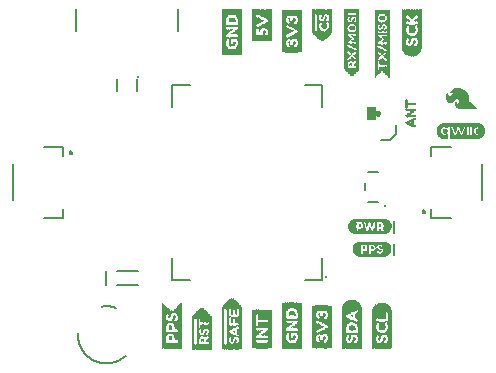
<source format=gto>
G75*
%MOIN*%
%OFA0B0*%
%FSLAX25Y25*%
%IPPOS*%
%LPD*%
%AMOC8*
5,1,8,0,0,1.08239X$1,22.5*
%
%ADD10C,0.00800*%
%ADD11C,0.00600*%
%ADD12R,0.00157X0.13858*%
%ADD13R,0.00157X0.14331*%
%ADD14R,0.00157X0.14646*%
%ADD15R,0.00157X0.14961*%
%ADD16R,0.00157X0.15118*%
%ADD17R,0.00157X0.15276*%
%ADD18R,0.00157X0.15433*%
%ADD19R,0.00157X0.02835*%
%ADD20R,0.00157X0.11969*%
%ADD21R,0.00157X0.02520*%
%ADD22R,0.00157X0.01102*%
%ADD23R,0.00157X0.03150*%
%ADD24R,0.00157X0.04567*%
%ADD25R,0.00157X0.02205*%
%ADD26R,0.00157X0.00787*%
%ADD27R,0.00157X0.02677*%
%ADD28R,0.00157X0.04409*%
%ADD29R,0.00157X0.02047*%
%ADD30R,0.00157X0.00630*%
%ADD31R,0.00157X0.01890*%
%ADD32R,0.00157X0.01732*%
%ADD33R,0.00157X0.01575*%
%ADD34R,0.00157X0.00945*%
%ADD35R,0.00157X0.02362*%
%ADD36R,0.00157X0.01260*%
%ADD37R,0.00157X0.01417*%
%ADD38R,0.00157X0.04252*%
%ADD39R,0.00157X0.00315*%
%ADD40R,0.00157X0.04094*%
%ADD41R,0.00157X0.00472*%
%ADD42R,0.00157X0.03937*%
%ADD43R,0.00157X0.03307*%
%ADD44R,0.00157X0.03780*%
%ADD45R,0.00157X0.03465*%
%ADD46R,0.00157X0.02992*%
%ADD47R,0.00157X0.12913*%
%ADD48R,0.00157X0.13386*%
%ADD49R,0.00157X0.13701*%
%ADD50R,0.00157X0.14016*%
%ADD51R,0.00157X0.14173*%
%ADD52R,0.00157X0.14488*%
%ADD53R,0.00157X0.07087*%
%ADD54R,0.00157X0.04882*%
%ADD55R,0.00157X0.05039*%
%ADD56R,0.00157X0.05197*%
%ADD57R,0.00157X0.03622*%
%ADD58R,0.00157X0.00157*%
%ADD59R,0.00157X0.11024*%
%ADD60R,0.00157X0.12756*%
%ADD61R,0.00157X0.11181*%
%ADD62R,0.00157X0.11496*%
%ADD63R,0.00157X0.11654*%
%ADD64R,0.00157X0.13071*%
%ADD65R,0.00157X0.13228*%
%ADD66R,0.00157X0.11811*%
%ADD67R,0.00157X0.14803*%
%ADD68R,0.00157X0.15906*%
%ADD69R,0.00157X0.16063*%
%ADD70R,0.00157X0.16220*%
%ADD71R,0.00157X0.16378*%
%ADD72R,0.00157X0.09921*%
%ADD73C,0.00100*%
%ADD74C,0.01000*%
%ADD75R,0.09094X0.00118*%
%ADD76R,0.09803X0.00118*%
%ADD77R,0.10276X0.00079*%
%ADD78R,0.10748X0.00157*%
%ADD79R,0.10984X0.00118*%
%ADD80R,0.11220X0.00118*%
%ADD81R,0.11457X0.00079*%
%ADD82R,0.08150X0.00118*%
%ADD83R,0.02835X0.00118*%
%ADD84R,0.02244X0.00157*%
%ADD85R,0.01063X0.00157*%
%ADD86R,0.01417X0.00157*%
%ADD87R,0.02598X0.00157*%
%ADD88R,0.02244X0.00118*%
%ADD89R,0.00827X0.00118*%
%ADD90R,0.01063X0.00118*%
%ADD91R,0.02480X0.00118*%
%ADD92R,0.02362X0.00118*%
%ADD93R,0.00709X0.00118*%
%ADD94R,0.00591X0.00118*%
%ADD95R,0.02480X0.00157*%
%ADD96R,0.00472X0.00157*%
%ADD97R,0.00472X0.00118*%
%ADD98R,0.00354X0.00118*%
%ADD99R,0.02717X0.00118*%
%ADD100R,0.02598X0.00118*%
%ADD101R,0.00945X0.00118*%
%ADD102R,0.00236X0.00118*%
%ADD103R,0.04016X0.00118*%
%ADD104R,0.00945X0.00157*%
%ADD105R,0.00354X0.00157*%
%ADD106R,0.00236X0.00157*%
%ADD107R,0.03898X0.00157*%
%ADD108R,0.03661X0.00118*%
%ADD109R,0.03189X0.00118*%
%ADD110R,0.00591X0.00157*%
%ADD111R,0.02717X0.00157*%
%ADD112R,0.01181X0.00118*%
%ADD113R,0.01654X0.00118*%
%ADD114R,0.00709X0.00157*%
%ADD115R,0.02126X0.00157*%
%ADD116R,0.01299X0.00118*%
%ADD117R,0.02008X0.00118*%
%ADD118R,0.01890X0.00118*%
%ADD119R,0.02008X0.00157*%
%ADD120R,0.01890X0.00157*%
%ADD121R,0.02126X0.00118*%
%ADD122R,0.11457X0.00118*%
%ADD123R,0.10748X0.00118*%
%ADD124R,0.10276X0.00118*%
%ADD125C,0.01000*%
%ADD126R,0.00118X0.00118*%
%ADD127R,0.00118X0.00236*%
%ADD128R,0.00118X0.02598*%
%ADD129R,0.00157X0.00591*%
%ADD130R,0.00157X0.00709*%
%ADD131R,0.00157X0.02953*%
%ADD132R,0.00118X0.00709*%
%ADD133R,0.00118X0.00827*%
%ADD134R,0.00118X0.03071*%
%ADD135R,0.00118X0.00945*%
%ADD136R,0.00118X0.02953*%
%ADD137R,0.00157X0.01063*%
%ADD138R,0.00157X0.00827*%
%ADD139R,0.00118X0.01181*%
%ADD140R,0.00118X0.01299*%
%ADD141R,0.00118X0.01417*%
%ADD142R,0.00157X0.01535*%
%ADD143R,0.00118X0.01654*%
%ADD144R,0.00118X0.01535*%
%ADD145R,0.00118X0.01772*%
%ADD146R,0.00118X0.02362*%
%ADD147R,0.00157X0.02480*%
%ADD148R,0.00118X0.02717*%
%ADD149R,0.00118X0.02835*%
%ADD150R,0.00157X0.01181*%
%ADD151R,0.00118X0.01063*%
%ADD152R,0.00118X0.00591*%
%ADD153R,0.00118X0.00472*%
%ADD154R,0.11929X0.00079*%
%ADD155R,0.12402X0.00157*%
%ADD156R,0.12638X0.00118*%
%ADD157R,0.12874X0.00118*%
%ADD158R,0.13110X0.00079*%
%ADD159R,0.04961X0.00118*%
%ADD160R,0.03071X0.00118*%
%ADD161R,0.05079X0.00118*%
%ADD162R,0.01181X0.00157*%
%ADD163R,0.02835X0.00157*%
%ADD164R,0.00118X0.00157*%
%ADD165R,0.00827X0.00157*%
%ADD166R,0.01417X0.00118*%
%ADD167R,0.13110X0.00118*%
%ADD168R,0.12402X0.00118*%
%ADD169R,0.11929X0.00118*%
%ADD170R,0.00157X0.10551*%
%ADD171R,0.00157X0.07874*%
%ADD172R,0.00157X0.08031*%
%ADD173R,0.00157X0.08346*%
%ADD174R,0.00157X0.08504*%
%ADD175R,0.00157X0.09606*%
%ADD176R,0.00157X0.09764*%
%ADD177R,0.00157X0.10079*%
%ADD178R,0.00157X0.08661*%
%ADD179C,0.00300*%
%ADD180R,0.00118X0.20079*%
%ADD181R,0.00118X0.20197*%
%ADD182R,0.00079X0.20433*%
%ADD183R,0.00157X0.20551*%
%ADD184R,0.00118X0.20669*%
%ADD185R,0.00118X0.20787*%
%ADD186R,0.00079X0.08504*%
%ADD187R,0.00079X0.11929*%
%ADD188R,0.00118X0.04252*%
%ADD189R,0.00118X0.01890*%
%ADD190R,0.00118X0.05197*%
%ADD191R,0.00118X0.03189*%
%ADD192R,0.00157X0.01654*%
%ADD193R,0.00157X0.00354*%
%ADD194R,0.00157X0.02008*%
%ADD195R,0.00157X0.01299*%
%ADD196R,0.00118X0.00354*%
%ADD197R,0.00118X0.02126*%
%ADD198R,0.00118X0.02244*%
%ADD199R,0.00118X0.02480*%
%ADD200R,0.00157X0.01772*%
%ADD201R,0.00157X0.00118*%
%ADD202R,0.00157X0.00236*%
%ADD203R,0.00118X0.07087*%
%ADD204R,0.00118X0.13228*%
%ADD205R,0.00118X0.07205*%
%ADD206R,0.00118X0.20551*%
%ADD207R,0.00118X0.20433*%
%ADD208R,0.00118X0.22559*%
%ADD209R,0.00118X0.22441*%
%ADD210R,0.00079X0.22323*%
%ADD211R,0.00157X0.22205*%
%ADD212R,0.00118X0.22087*%
%ADD213R,0.00118X0.21969*%
%ADD214R,0.00079X0.09449*%
%ADD215R,0.00079X0.12047*%
%ADD216R,0.00118X0.04961*%
%ADD217R,0.00118X0.05787*%
%ADD218R,0.00157X0.02126*%
%ADD219R,0.00118X0.02008*%
%ADD220R,0.00157X0.02244*%
%ADD221R,0.00157X0.02598*%
%ADD222R,0.00118X0.08031*%
%ADD223R,0.00118X0.08386*%
%ADD224R,0.00118X0.13346*%
%ADD225R,0.00118X0.22205*%
%ADD226R,0.00118X0.22323*%
%ADD227C,0.01114*%
%ADD228C,0.00700*%
%ADD229C,0.00500*%
%ADD230C,0.01181*%
%ADD231C,0.00050*%
D10*
X0186365Y0104439D02*
X0186365Y0109361D01*
X0189790Y0109361D02*
X0196877Y0109361D01*
X0196877Y0104439D02*
X0189790Y0104439D01*
X0171955Y0127089D02*
X0165459Y0127089D01*
X0171955Y0127089D02*
X0171955Y0130042D01*
X0155223Y0132994D02*
X0155223Y0144806D01*
X0165459Y0150711D02*
X0171955Y0150711D01*
X0171955Y0147758D01*
X0174114Y0148743D02*
X0174116Y0148783D01*
X0174122Y0148822D01*
X0174132Y0148861D01*
X0174145Y0148898D01*
X0174163Y0148934D01*
X0174184Y0148968D01*
X0174208Y0149000D01*
X0174235Y0149029D01*
X0174265Y0149056D01*
X0174297Y0149079D01*
X0174332Y0149099D01*
X0174368Y0149115D01*
X0174406Y0149128D01*
X0174445Y0149137D01*
X0174484Y0149142D01*
X0174524Y0149143D01*
X0174564Y0149140D01*
X0174603Y0149133D01*
X0174641Y0149122D01*
X0174679Y0149108D01*
X0174714Y0149089D01*
X0174747Y0149068D01*
X0174779Y0149043D01*
X0174807Y0149015D01*
X0174833Y0148985D01*
X0174855Y0148952D01*
X0174874Y0148917D01*
X0174890Y0148880D01*
X0174902Y0148842D01*
X0174910Y0148803D01*
X0174914Y0148763D01*
X0174914Y0148723D01*
X0174910Y0148683D01*
X0174902Y0148644D01*
X0174890Y0148606D01*
X0174874Y0148569D01*
X0174855Y0148534D01*
X0174833Y0148501D01*
X0174807Y0148471D01*
X0174779Y0148443D01*
X0174747Y0148418D01*
X0174714Y0148397D01*
X0174679Y0148378D01*
X0174641Y0148364D01*
X0174603Y0148353D01*
X0174564Y0148346D01*
X0174524Y0148343D01*
X0174484Y0148344D01*
X0174445Y0148349D01*
X0174406Y0148358D01*
X0174368Y0148371D01*
X0174332Y0148387D01*
X0174297Y0148407D01*
X0174265Y0148430D01*
X0174235Y0148457D01*
X0174208Y0148486D01*
X0174184Y0148518D01*
X0174163Y0148552D01*
X0174145Y0148588D01*
X0174132Y0148625D01*
X0174122Y0148664D01*
X0174116Y0148703D01*
X0174114Y0148743D01*
X0176225Y0189361D02*
X0176225Y0196448D01*
X0210241Y0196448D02*
X0210241Y0189361D01*
X0273643Y0142400D02*
X0277024Y0142400D01*
X0272543Y0138457D02*
X0272543Y0136343D01*
X0273643Y0132400D02*
X0277024Y0132400D01*
X0282083Y0125775D02*
X0282083Y0122025D01*
X0282083Y0118275D02*
X0282083Y0114525D01*
X0294711Y0127089D02*
X0294711Y0130042D01*
X0291752Y0129057D02*
X0291754Y0129097D01*
X0291760Y0129136D01*
X0291770Y0129175D01*
X0291783Y0129212D01*
X0291801Y0129248D01*
X0291822Y0129282D01*
X0291846Y0129314D01*
X0291873Y0129343D01*
X0291903Y0129370D01*
X0291935Y0129393D01*
X0291970Y0129413D01*
X0292006Y0129429D01*
X0292044Y0129442D01*
X0292083Y0129451D01*
X0292122Y0129456D01*
X0292162Y0129457D01*
X0292202Y0129454D01*
X0292241Y0129447D01*
X0292279Y0129436D01*
X0292317Y0129422D01*
X0292352Y0129403D01*
X0292385Y0129382D01*
X0292417Y0129357D01*
X0292445Y0129329D01*
X0292471Y0129299D01*
X0292493Y0129266D01*
X0292512Y0129231D01*
X0292528Y0129194D01*
X0292540Y0129156D01*
X0292548Y0129117D01*
X0292552Y0129077D01*
X0292552Y0129037D01*
X0292548Y0128997D01*
X0292540Y0128958D01*
X0292528Y0128920D01*
X0292512Y0128883D01*
X0292493Y0128848D01*
X0292471Y0128815D01*
X0292445Y0128785D01*
X0292417Y0128757D01*
X0292385Y0128732D01*
X0292352Y0128711D01*
X0292317Y0128692D01*
X0292279Y0128678D01*
X0292241Y0128667D01*
X0292202Y0128660D01*
X0292162Y0128657D01*
X0292122Y0128658D01*
X0292083Y0128663D01*
X0292044Y0128672D01*
X0292006Y0128685D01*
X0291970Y0128701D01*
X0291935Y0128721D01*
X0291903Y0128744D01*
X0291873Y0128771D01*
X0291846Y0128800D01*
X0291822Y0128832D01*
X0291801Y0128866D01*
X0291783Y0128902D01*
X0291770Y0128939D01*
X0291760Y0128978D01*
X0291754Y0129017D01*
X0291752Y0129057D01*
X0294711Y0127089D02*
X0301207Y0127089D01*
X0311444Y0132994D02*
X0311444Y0144806D01*
X0301207Y0150711D02*
X0294711Y0150711D01*
X0294711Y0147758D01*
D11*
X0192734Y0081100D02*
X0192566Y0080945D01*
X0192394Y0080794D01*
X0192219Y0080648D01*
X0192040Y0080506D01*
X0191858Y0080368D01*
X0191672Y0080234D01*
X0191483Y0080106D01*
X0191291Y0079981D01*
X0191096Y0079862D01*
X0190899Y0079747D01*
X0190698Y0079638D01*
X0190495Y0079533D01*
X0190290Y0079433D01*
X0190082Y0079338D01*
X0189872Y0079248D01*
X0189659Y0079163D01*
X0189445Y0079084D01*
X0189229Y0079010D01*
X0189011Y0078941D01*
X0188791Y0078877D01*
X0188570Y0078819D01*
X0188348Y0078766D01*
X0188124Y0078718D01*
X0187900Y0078676D01*
X0187674Y0078640D01*
X0187448Y0078609D01*
X0187221Y0078583D01*
X0186993Y0078564D01*
X0186765Y0078549D01*
X0186536Y0078540D01*
X0186308Y0078537D01*
X0186079Y0078539D01*
X0185851Y0078547D01*
X0185623Y0078561D01*
X0185395Y0078580D01*
X0185168Y0078604D01*
X0184941Y0078634D01*
X0184715Y0078670D01*
X0184490Y0078711D01*
X0184267Y0078757D01*
X0184044Y0078809D01*
X0183823Y0078866D01*
X0183603Y0078929D01*
X0183385Y0078997D01*
X0183168Y0079071D01*
X0182954Y0079149D01*
X0182741Y0079233D01*
X0182531Y0079322D01*
X0182322Y0079416D01*
X0182116Y0079515D01*
X0181913Y0079619D01*
X0181712Y0079728D01*
X0181514Y0079842D01*
X0181318Y0079960D01*
X0181126Y0080084D01*
X0180937Y0080212D01*
X0180750Y0080344D01*
X0180568Y0080481D01*
X0180388Y0080623D01*
X0180212Y0080769D01*
X0180040Y0080919D01*
X0179871Y0081073D01*
X0179706Y0081231D01*
X0179545Y0081393D01*
X0179388Y0081560D01*
X0179235Y0081729D01*
X0179086Y0081903D01*
X0178942Y0082080D01*
X0178802Y0082261D01*
X0178666Y0082445D01*
X0178535Y0082632D01*
X0178408Y0082822D01*
X0178287Y0083016D01*
X0178169Y0083212D01*
X0178057Y0083411D01*
X0177950Y0083613D01*
X0177847Y0083817D01*
X0177750Y0084024D01*
X0177657Y0084233D01*
X0177570Y0084444D01*
X0177488Y0084657D01*
X0177411Y0084872D01*
X0177339Y0085089D01*
X0177273Y0085308D01*
X0177212Y0085528D01*
X0177156Y0085750D01*
X0177106Y0085973D01*
X0177061Y0086197D01*
X0177022Y0086422D01*
X0176988Y0086648D01*
X0176960Y0086875D01*
X0176937Y0087103D01*
X0176920Y0087330D01*
X0176908Y0087559D01*
X0176902Y0087787D01*
X0176901Y0088016D01*
X0176906Y0088244D01*
X0176917Y0088473D01*
X0176933Y0088701D01*
X0185033Y0097400D02*
X0185194Y0097436D01*
X0185356Y0097467D01*
X0185519Y0097494D01*
X0185682Y0097518D01*
X0185846Y0097537D01*
X0186010Y0097553D01*
X0186174Y0097564D01*
X0186339Y0097572D01*
X0186504Y0097576D01*
X0186668Y0097575D01*
X0186833Y0097571D01*
X0186998Y0097563D01*
X0187162Y0097550D01*
X0187326Y0097534D01*
X0187490Y0097514D01*
X0187653Y0097490D01*
X0187815Y0097462D01*
X0187977Y0097430D01*
X0188138Y0097394D01*
X0188298Y0097354D01*
X0188457Y0097311D01*
X0188615Y0097263D01*
X0188771Y0097212D01*
X0188927Y0097157D01*
X0189081Y0097099D01*
X0189233Y0097036D01*
X0189384Y0096970D01*
X0189534Y0096900D01*
X0277833Y0152900D02*
X0280833Y0152900D01*
X0282833Y0154900D01*
X0282833Y0157900D01*
D12*
X0271483Y0090319D03*
X0265184Y0090319D03*
D13*
X0265341Y0090555D03*
X0261483Y0090713D03*
X0261325Y0090713D03*
X0261168Y0090713D03*
X0261010Y0090713D03*
X0260853Y0090713D03*
X0260696Y0090713D03*
X0260538Y0090713D03*
X0256129Y0090713D03*
X0255971Y0090713D03*
X0255814Y0090713D03*
X0255656Y0090713D03*
X0255499Y0090713D03*
X0255341Y0090713D03*
X0255184Y0090713D03*
X0271325Y0090555D03*
X0275971Y0090555D03*
X0280696Y0090555D03*
X0231325Y0090343D03*
X0225341Y0090343D03*
X0210538Y0090555D03*
X0206129Y0090555D03*
X0245184Y0189113D03*
X0245341Y0189113D03*
X0245499Y0189113D03*
X0245656Y0189113D03*
X0245814Y0189113D03*
X0245971Y0189113D03*
X0246129Y0189113D03*
X0250538Y0189113D03*
X0250696Y0189113D03*
X0250853Y0189113D03*
X0251010Y0189113D03*
X0251168Y0189113D03*
X0251325Y0189113D03*
X0251483Y0189113D03*
X0285656Y0189240D03*
X0291010Y0189240D03*
D14*
X0290696Y0189083D03*
X0285971Y0189083D03*
X0271168Y0090713D03*
X0265499Y0090713D03*
X0231168Y0090500D03*
X0225499Y0090500D03*
X0210853Y0090713D03*
X0205814Y0090713D03*
D15*
X0205499Y0090870D03*
X0211168Y0090870D03*
X0230853Y0090657D03*
X0265656Y0090870D03*
X0271010Y0090870D03*
D16*
X0270853Y0090949D03*
X0265814Y0090949D03*
X0211325Y0090949D03*
X0205341Y0090949D03*
D17*
X0205184Y0091028D03*
X0211483Y0091028D03*
X0245184Y0091028D03*
X0245341Y0091028D03*
X0245499Y0091028D03*
X0245656Y0091028D03*
X0245814Y0091028D03*
X0245971Y0091028D03*
X0246129Y0091028D03*
X0250538Y0091028D03*
X0250696Y0091028D03*
X0250853Y0091028D03*
X0251010Y0091028D03*
X0251168Y0091028D03*
X0251325Y0091028D03*
X0251483Y0091028D03*
X0265971Y0091028D03*
X0270696Y0091028D03*
X0231483Y0188928D03*
X0231325Y0188928D03*
X0231168Y0188928D03*
X0231010Y0188928D03*
X0230853Y0188928D03*
X0230696Y0188928D03*
X0230538Y0188928D03*
X0226129Y0188928D03*
X0225971Y0188928D03*
X0225814Y0188928D03*
X0225656Y0188928D03*
X0225499Y0188928D03*
X0225341Y0188928D03*
X0225184Y0188928D03*
D18*
X0266129Y0091106D03*
X0270538Y0091106D03*
D19*
X0268648Y0084807D03*
X0266286Y0084807D03*
X0258648Y0084965D03*
X0258491Y0084965D03*
X0258333Y0084965D03*
X0258176Y0084965D03*
X0258018Y0084965D03*
X0257861Y0084965D03*
X0256286Y0084965D03*
X0250223Y0084807D03*
X0247546Y0087799D03*
X0256286Y0096461D03*
X0250223Y0097248D03*
X0270066Y0097720D03*
X0270223Y0097720D03*
X0280066Y0096776D03*
X0280223Y0096776D03*
X0280381Y0096618D03*
X0278963Y0090949D03*
X0278806Y0090949D03*
X0278648Y0090949D03*
X0278491Y0090949D03*
X0278333Y0090949D03*
X0278176Y0090949D03*
X0278018Y0090949D03*
X0277861Y0090949D03*
X0276286Y0084807D03*
X0220696Y0093571D03*
X0218333Y0089949D03*
X0210066Y0091264D03*
X0208963Y0092839D03*
X0286888Y0164912D03*
X0259536Y0187892D03*
X0259378Y0187735D03*
X0259221Y0187735D03*
X0259063Y0191357D03*
X0248648Y0183365D03*
X0248491Y0183365D03*
X0248333Y0183365D03*
X0248176Y0183365D03*
X0248018Y0183365D03*
X0247861Y0183365D03*
X0246286Y0183365D03*
X0240381Y0190987D03*
X0236286Y0192719D03*
X0239121Y0195081D03*
X0239278Y0195081D03*
X0246286Y0194861D03*
X0230223Y0195148D03*
X0227546Y0185699D03*
X0230223Y0182707D03*
X0287861Y0189949D03*
X0288018Y0189949D03*
X0288176Y0189949D03*
X0288333Y0189949D03*
X0288491Y0189949D03*
X0288648Y0189949D03*
X0288806Y0189949D03*
X0288963Y0189949D03*
X0288806Y0194988D03*
X0288018Y0194988D03*
D20*
X0266286Y0092996D03*
D21*
X0260223Y0092366D03*
X0260223Y0089059D03*
X0260381Y0084807D03*
X0266444Y0084650D03*
X0250066Y0084650D03*
X0246759Y0084650D03*
X0229278Y0084437D03*
X0209751Y0091106D03*
X0209593Y0091106D03*
X0209436Y0091106D03*
X0246759Y0097406D03*
X0250066Y0097406D03*
X0260381Y0096618D03*
X0280381Y0088587D03*
X0280381Y0084650D03*
X0250381Y0183207D03*
X0250223Y0187459D03*
X0250223Y0190766D03*
X0250381Y0195018D03*
X0258748Y0191357D03*
X0258906Y0191357D03*
X0260638Y0188837D03*
X0260008Y0188207D03*
X0259851Y0188050D03*
X0238648Y0195239D03*
X0238491Y0195239D03*
X0236444Y0192719D03*
X0230066Y0195306D03*
X0226759Y0195306D03*
X0226759Y0182550D03*
X0230066Y0182550D03*
X0287703Y0195146D03*
X0289121Y0195146D03*
X0290381Y0187587D03*
D22*
X0289908Y0187508D03*
X0288018Y0186878D03*
X0287388Y0187193D03*
X0287073Y0187350D03*
X0286916Y0187508D03*
X0287388Y0189555D03*
X0286444Y0190972D03*
X0289278Y0185618D03*
X0249278Y0185176D03*
X0249121Y0185176D03*
X0247703Y0185018D03*
X0247546Y0185176D03*
X0246444Y0186593D03*
X0248018Y0187065D03*
X0248018Y0189113D03*
X0247861Y0189113D03*
X0246444Y0191632D03*
X0247703Y0192892D03*
X0247546Y0193050D03*
X0249121Y0193050D03*
X0249278Y0193050D03*
X0239278Y0188861D03*
X0229593Y0188770D03*
X0227231Y0189243D03*
X0227546Y0192865D03*
X0229278Y0192865D03*
X0227388Y0185148D03*
X0228018Y0184518D03*
X0209278Y0095909D03*
X0208176Y0095437D03*
X0209278Y0093862D03*
X0208491Y0092445D03*
X0206759Y0092130D03*
X0207546Y0090398D03*
X0208018Y0090398D03*
X0208176Y0090398D03*
X0206601Y0088350D03*
X0208176Y0086776D03*
X0217546Y0087508D03*
X0220696Y0087823D03*
X0220538Y0086248D03*
X0228491Y0090500D03*
X0228648Y0090500D03*
X0237231Y0088823D03*
X0239593Y0088350D03*
X0247388Y0087248D03*
X0248018Y0086618D03*
X0249593Y0090870D03*
X0247231Y0091343D03*
X0247546Y0094965D03*
X0249278Y0094965D03*
X0256444Y0093232D03*
X0257703Y0094492D03*
X0257546Y0094650D03*
X0259121Y0094650D03*
X0259278Y0094650D03*
X0258018Y0090713D03*
X0257861Y0090713D03*
X0258018Y0088665D03*
X0256444Y0088193D03*
X0257546Y0086776D03*
X0257703Y0086618D03*
X0259121Y0086776D03*
X0259278Y0086776D03*
X0266444Y0088035D03*
X0269278Y0086618D03*
X0270223Y0091657D03*
X0276444Y0091972D03*
X0277388Y0090555D03*
X0276916Y0088508D03*
X0277073Y0088350D03*
X0277388Y0088193D03*
X0278018Y0087878D03*
X0279278Y0086618D03*
X0279908Y0088508D03*
D23*
X0269751Y0097720D03*
X0266444Y0092366D03*
X0250381Y0084965D03*
X0240223Y0094728D03*
X0240066Y0094728D03*
X0239908Y0094728D03*
X0239751Y0094728D03*
X0239593Y0094728D03*
X0239436Y0094728D03*
X0239278Y0094728D03*
X0239121Y0094728D03*
X0238963Y0094728D03*
X0238806Y0094728D03*
X0238648Y0094728D03*
X0238491Y0094728D03*
X0238333Y0094728D03*
X0238176Y0094728D03*
X0238018Y0094728D03*
X0237861Y0094728D03*
X0237703Y0094728D03*
X0237546Y0094728D03*
X0237388Y0094728D03*
X0237231Y0094728D03*
X0227703Y0098295D03*
X0220381Y0093728D03*
X0217703Y0094988D03*
X0210381Y0095988D03*
X0229436Y0084752D03*
X0230381Y0182865D03*
X0239751Y0194924D03*
X0239908Y0194924D03*
X0258591Y0194979D03*
X0259378Y0191672D03*
X0258906Y0187577D03*
X0288333Y0194831D03*
X0288491Y0194831D03*
X0290066Y0182862D03*
X0289908Y0182705D03*
X0289751Y0182705D03*
X0289593Y0182547D03*
D24*
X0267546Y0097327D03*
X0267073Y0097169D03*
X0266759Y0097012D03*
X0266444Y0096854D03*
X0229593Y0097114D03*
X0218806Y0094437D03*
X0218648Y0094437D03*
X0218491Y0094437D03*
X0218333Y0094437D03*
X0218176Y0094437D03*
D25*
X0210066Y0096146D03*
X0207861Y0094886D03*
X0208806Y0092681D03*
X0228333Y0092941D03*
X0228491Y0092941D03*
X0229593Y0092941D03*
X0229751Y0092941D03*
X0229908Y0092941D03*
X0230066Y0092941D03*
X0230223Y0092941D03*
X0230381Y0092941D03*
X0230538Y0092941D03*
X0230066Y0097823D03*
X0240381Y0091264D03*
X0246916Y0084492D03*
X0247073Y0084492D03*
X0249751Y0084492D03*
X0256601Y0084650D03*
X0257703Y0084650D03*
X0260223Y0084650D03*
X0260066Y0089059D03*
X0260066Y0092366D03*
X0258491Y0093154D03*
X0258333Y0093154D03*
X0258333Y0096776D03*
X0256601Y0096776D03*
X0260223Y0096776D03*
X0266759Y0092524D03*
X0270223Y0094256D03*
X0267703Y0087484D03*
X0268333Y0084492D03*
X0266601Y0084492D03*
X0276601Y0084492D03*
X0278333Y0084492D03*
X0277703Y0087484D03*
X0249751Y0097563D03*
X0247073Y0097563D03*
X0229121Y0084280D03*
X0229751Y0182392D03*
X0227073Y0182392D03*
X0226916Y0182392D03*
X0237546Y0189884D03*
X0237703Y0189884D03*
X0240066Y0191144D03*
X0236759Y0192719D03*
X0236601Y0192719D03*
X0236286Y0195396D03*
X0237861Y0195396D03*
X0238018Y0195396D03*
X0229751Y0195463D03*
X0227073Y0195463D03*
X0240381Y0187050D03*
X0246601Y0183050D03*
X0247703Y0183050D03*
X0250223Y0183050D03*
X0250066Y0187459D03*
X0250066Y0190766D03*
X0248491Y0191554D03*
X0248333Y0191554D03*
X0248333Y0195176D03*
X0246601Y0195176D03*
X0250223Y0195176D03*
X0257488Y0195451D03*
X0258906Y0195451D03*
X0258591Y0191357D03*
X0286286Y0195303D03*
X0287388Y0195303D03*
X0289436Y0195303D03*
X0287703Y0186484D03*
D26*
X0288176Y0187035D03*
X0289593Y0187508D03*
X0289751Y0187508D03*
X0289436Y0189555D03*
X0287546Y0190972D03*
X0286916Y0192862D03*
X0289751Y0192862D03*
X0260638Y0192380D03*
X0259851Y0192223D03*
X0260008Y0190963D03*
X0258276Y0190963D03*
X0260008Y0193640D03*
X0249436Y0193050D03*
X0247388Y0193050D03*
X0246601Y0191632D03*
X0247388Y0191317D03*
X0247546Y0191317D03*
X0248176Y0189113D03*
X0248333Y0189113D03*
X0247703Y0187065D03*
X0246601Y0186593D03*
X0247388Y0185176D03*
X0249436Y0185176D03*
X0239436Y0188861D03*
X0237231Y0190435D03*
X0230381Y0190975D03*
X0229278Y0188613D03*
X0229121Y0188613D03*
X0227703Y0189400D03*
X0227388Y0186723D03*
X0226601Y0186723D03*
X0229436Y0185148D03*
X0208963Y0095752D03*
X0208648Y0095594D03*
X0208491Y0095594D03*
X0209436Y0093862D03*
X0208333Y0092287D03*
X0206916Y0092130D03*
X0207388Y0093862D03*
X0206916Y0088508D03*
X0208806Y0088508D03*
X0217703Y0087508D03*
X0219121Y0087823D03*
X0219908Y0088925D03*
X0218176Y0088925D03*
X0218176Y0086091D03*
X0218963Y0086091D03*
X0219908Y0086091D03*
X0220066Y0086091D03*
X0228176Y0086091D03*
X0229908Y0086091D03*
X0229278Y0090657D03*
X0229121Y0090657D03*
X0229121Y0093650D03*
X0229278Y0093650D03*
X0228963Y0093650D03*
X0228806Y0093650D03*
X0237546Y0088980D03*
X0237703Y0088980D03*
X0239121Y0088193D03*
X0246601Y0088823D03*
X0247388Y0088823D03*
X0249121Y0090713D03*
X0249278Y0090713D03*
X0247703Y0091500D03*
X0250381Y0093075D03*
X0256601Y0093232D03*
X0257388Y0092917D03*
X0257546Y0092917D03*
X0257388Y0094650D03*
X0259436Y0094650D03*
X0258333Y0090713D03*
X0258176Y0090713D03*
X0257703Y0088665D03*
X0256601Y0088193D03*
X0257388Y0086776D03*
X0259436Y0086776D03*
X0266601Y0088193D03*
X0267231Y0088193D03*
X0268176Y0088193D03*
X0270066Y0088193D03*
X0268333Y0092602D03*
X0268176Y0092602D03*
X0277546Y0091972D03*
X0279436Y0090555D03*
X0279593Y0088508D03*
X0279751Y0088508D03*
X0278176Y0088035D03*
X0249436Y0087248D03*
D27*
X0246601Y0084728D03*
X0228333Y0087035D03*
X0218491Y0090028D03*
X0210223Y0087563D03*
X0210066Y0087563D03*
X0209908Y0087563D03*
X0209751Y0087563D03*
X0209593Y0087563D03*
X0209436Y0087563D03*
X0209908Y0091185D03*
X0207703Y0094807D03*
X0206444Y0096067D03*
X0210223Y0096067D03*
X0246601Y0097327D03*
X0266601Y0092445D03*
X0277703Y0091028D03*
X0279121Y0091028D03*
X0278648Y0084728D03*
X0270381Y0084728D03*
X0226601Y0182628D03*
X0226601Y0195227D03*
X0238806Y0195160D03*
X0238963Y0195160D03*
X0258748Y0195215D03*
X0260796Y0189073D03*
X0259693Y0187971D03*
X0287703Y0190028D03*
X0289121Y0190028D03*
X0288963Y0195067D03*
X0287861Y0195067D03*
D28*
X0267861Y0097406D03*
X0267703Y0097406D03*
X0267388Y0097248D03*
X0267231Y0097248D03*
X0266916Y0097091D03*
X0266601Y0096933D03*
X0229751Y0097035D03*
X0218963Y0094358D03*
X0218018Y0094516D03*
D29*
X0216444Y0094437D03*
X0220696Y0090500D03*
X0219593Y0088295D03*
X0219436Y0088138D03*
X0227388Y0087823D03*
X0228648Y0087193D03*
X0230696Y0089083D03*
X0228176Y0093020D03*
X0230223Y0097744D03*
X0247231Y0097642D03*
X0249436Y0097642D03*
X0249593Y0097642D03*
X0256759Y0096854D03*
X0258176Y0096854D03*
X0260066Y0096854D03*
X0258176Y0093232D03*
X0258018Y0093232D03*
X0259908Y0092287D03*
X0259908Y0089138D03*
X0256916Y0090713D03*
X0256759Y0090713D03*
X0256759Y0084571D03*
X0260066Y0084571D03*
X0266759Y0084413D03*
X0266916Y0084413D03*
X0268018Y0084413D03*
X0268176Y0084413D03*
X0269121Y0084413D03*
X0269908Y0084413D03*
X0270066Y0084413D03*
X0276759Y0084413D03*
X0276916Y0084413D03*
X0278176Y0084413D03*
X0279121Y0084413D03*
X0280066Y0084413D03*
X0270066Y0094177D03*
X0266916Y0092602D03*
X0249593Y0084413D03*
X0249436Y0084413D03*
X0247231Y0084413D03*
X0230538Y0084201D03*
X0228963Y0084201D03*
X0227546Y0084201D03*
X0210381Y0084413D03*
X0209908Y0096067D03*
X0206759Y0096067D03*
X0227231Y0182313D03*
X0229436Y0182313D03*
X0229593Y0182313D03*
X0236444Y0186971D03*
X0236601Y0186971D03*
X0238806Y0186971D03*
X0239278Y0186971D03*
X0240223Y0186971D03*
X0237388Y0189806D03*
X0239908Y0191065D03*
X0237703Y0195475D03*
X0237546Y0195475D03*
X0229593Y0195542D03*
X0229436Y0195542D03*
X0227231Y0195542D03*
X0246759Y0195254D03*
X0248176Y0195254D03*
X0250066Y0195254D03*
X0248176Y0191632D03*
X0248018Y0191632D03*
X0249908Y0190687D03*
X0249908Y0187538D03*
X0246916Y0189113D03*
X0246759Y0189113D03*
X0256701Y0188128D03*
X0250066Y0182971D03*
X0246759Y0182971D03*
X0257646Y0195530D03*
X0258276Y0195530D03*
X0260638Y0195530D03*
X0286444Y0195382D03*
X0287231Y0195382D03*
X0289593Y0195382D03*
X0290381Y0195382D03*
D30*
X0289593Y0192783D03*
X0289278Y0191051D03*
X0287388Y0191051D03*
X0286601Y0191051D03*
X0287073Y0192783D03*
X0289278Y0187429D03*
X0289436Y0187429D03*
X0287231Y0185697D03*
X0258433Y0192144D03*
X0258276Y0193719D03*
X0247231Y0191396D03*
X0247073Y0191396D03*
X0246759Y0191554D03*
X0247388Y0186987D03*
X0247546Y0186987D03*
X0247073Y0186829D03*
X0246759Y0186672D03*
X0238806Y0188939D03*
X0236444Y0190514D03*
X0238333Y0192719D03*
X0238491Y0192719D03*
X0230223Y0191054D03*
X0229436Y0192628D03*
X0226444Y0191054D03*
X0227861Y0189479D03*
X0228963Y0188534D03*
X0228018Y0186802D03*
X0227231Y0186802D03*
X0227073Y0186802D03*
X0226916Y0186802D03*
X0226759Y0186802D03*
X0230066Y0186802D03*
X0208806Y0095673D03*
X0207231Y0093783D03*
X0207073Y0092209D03*
X0208176Y0092366D03*
X0208491Y0088587D03*
X0208648Y0088587D03*
X0207231Y0088587D03*
X0207073Y0088587D03*
X0217388Y0089949D03*
X0217861Y0087587D03*
X0218963Y0087744D03*
X0219751Y0087587D03*
X0229121Y0087587D03*
X0229278Y0087587D03*
X0229436Y0090736D03*
X0229593Y0090736D03*
X0230696Y0090894D03*
X0236444Y0086539D03*
X0236601Y0086539D03*
X0237861Y0089059D03*
X0238963Y0088114D03*
X0240223Y0086539D03*
X0240381Y0086539D03*
X0237073Y0090634D03*
X0246444Y0093154D03*
X0247861Y0091579D03*
X0248963Y0090634D03*
X0248018Y0088902D03*
X0247231Y0088902D03*
X0247073Y0088902D03*
X0246916Y0088902D03*
X0246759Y0088902D03*
X0250066Y0088902D03*
X0250223Y0093154D03*
X0249436Y0094728D03*
X0256759Y0093154D03*
X0257073Y0092996D03*
X0257231Y0092996D03*
X0257388Y0088587D03*
X0257546Y0088587D03*
X0257073Y0088429D03*
X0256759Y0088272D03*
X0266759Y0088272D03*
X0266916Y0088272D03*
X0267073Y0088272D03*
X0268333Y0088272D03*
X0269908Y0088272D03*
X0269436Y0090004D03*
X0269751Y0091894D03*
X0269908Y0091894D03*
X0269593Y0092051D03*
X0268963Y0092366D03*
X0268648Y0092524D03*
X0268491Y0092524D03*
X0268648Y0094256D03*
X0267231Y0086697D03*
X0277231Y0086697D03*
X0279278Y0088429D03*
X0279436Y0088429D03*
X0279278Y0092051D03*
X0277388Y0092051D03*
X0276601Y0092051D03*
D31*
X0277861Y0087642D03*
X0280223Y0088587D03*
X0279908Y0084335D03*
X0279751Y0084335D03*
X0279436Y0084335D03*
X0279278Y0084335D03*
X0278018Y0084335D03*
X0277861Y0084335D03*
X0277703Y0084335D03*
X0277546Y0084335D03*
X0277388Y0084335D03*
X0277231Y0084335D03*
X0277073Y0084335D03*
X0269751Y0084335D03*
X0269593Y0084335D03*
X0269436Y0084335D03*
X0269278Y0084335D03*
X0267861Y0084335D03*
X0267703Y0084335D03*
X0267546Y0084335D03*
X0267388Y0084335D03*
X0267231Y0084335D03*
X0267073Y0084335D03*
X0267861Y0087642D03*
X0269908Y0094256D03*
X0259908Y0096933D03*
X0258648Y0096933D03*
X0258491Y0096933D03*
X0258018Y0096933D03*
X0257861Y0096933D03*
X0257073Y0096933D03*
X0256916Y0096933D03*
X0257861Y0093311D03*
X0257073Y0090791D03*
X0250381Y0091106D03*
X0246444Y0091106D03*
X0240223Y0091264D03*
X0240066Y0091264D03*
X0239908Y0091264D03*
X0239751Y0091264D03*
X0239593Y0091264D03*
X0239436Y0091264D03*
X0239278Y0091264D03*
X0239121Y0091264D03*
X0238963Y0091264D03*
X0238806Y0091264D03*
X0238648Y0091264D03*
X0238491Y0091264D03*
X0238333Y0091264D03*
X0238176Y0091264D03*
X0238018Y0091264D03*
X0237861Y0091264D03*
X0237703Y0091264D03*
X0237546Y0091264D03*
X0237388Y0091264D03*
X0237231Y0091264D03*
X0236444Y0088587D03*
X0240381Y0088587D03*
X0240381Y0084492D03*
X0240223Y0084492D03*
X0236444Y0084492D03*
X0230381Y0084122D03*
X0229751Y0084122D03*
X0228806Y0084122D03*
X0227861Y0084122D03*
X0227703Y0084122D03*
X0220696Y0083965D03*
X0220538Y0083965D03*
X0220381Y0083965D03*
X0220223Y0083965D03*
X0220066Y0083965D03*
X0219908Y0083965D03*
X0219751Y0083965D03*
X0219593Y0083965D03*
X0219436Y0083965D03*
X0219278Y0083965D03*
X0219121Y0083965D03*
X0218963Y0083965D03*
X0218806Y0083965D03*
X0218648Y0083965D03*
X0218491Y0083965D03*
X0218333Y0083965D03*
X0218176Y0083965D03*
X0218018Y0083965D03*
X0217861Y0083965D03*
X0217703Y0083965D03*
X0217546Y0083965D03*
X0217388Y0083965D03*
X0210223Y0084335D03*
X0210066Y0084335D03*
X0209908Y0084335D03*
X0209751Y0084335D03*
X0209593Y0084335D03*
X0209436Y0084335D03*
X0209278Y0084335D03*
X0209121Y0084335D03*
X0208963Y0084335D03*
X0208806Y0084335D03*
X0208648Y0084335D03*
X0208491Y0084335D03*
X0208333Y0084335D03*
X0208176Y0084335D03*
X0208018Y0084335D03*
X0207861Y0084335D03*
X0207703Y0084335D03*
X0207546Y0084335D03*
X0207388Y0084335D03*
X0207231Y0084335D03*
X0207073Y0084335D03*
X0206916Y0084335D03*
X0206759Y0084335D03*
X0206601Y0084335D03*
X0206444Y0084335D03*
X0206444Y0092051D03*
X0206916Y0095988D03*
X0216286Y0094358D03*
X0226444Y0097823D03*
X0230381Y0097665D03*
X0227388Y0090264D03*
X0247388Y0084335D03*
X0247546Y0084335D03*
X0247703Y0084335D03*
X0248963Y0084335D03*
X0249121Y0084335D03*
X0249278Y0084335D03*
X0256916Y0084492D03*
X0257073Y0084492D03*
X0257231Y0084492D03*
X0257388Y0084492D03*
X0257546Y0084492D03*
X0258963Y0084492D03*
X0259908Y0084492D03*
X0249278Y0097720D03*
X0249121Y0097720D03*
X0247546Y0097720D03*
X0247388Y0097720D03*
X0278906Y0178951D03*
X0287861Y0186642D03*
X0290223Y0187587D03*
X0290223Y0195461D03*
X0290066Y0195461D03*
X0289908Y0195461D03*
X0289751Y0195461D03*
X0287073Y0195461D03*
X0286916Y0195461D03*
X0286759Y0195461D03*
X0286601Y0195461D03*
X0269751Y0186738D03*
X0269278Y0186738D03*
X0260481Y0195609D03*
X0259063Y0195609D03*
X0258118Y0195609D03*
X0257961Y0195609D03*
X0257803Y0195609D03*
X0249908Y0195333D03*
X0248648Y0195333D03*
X0248491Y0195333D03*
X0248018Y0195333D03*
X0247861Y0195333D03*
X0247073Y0195333D03*
X0246916Y0195333D03*
X0247861Y0191711D03*
X0247073Y0189191D03*
X0239751Y0191144D03*
X0237073Y0192719D03*
X0236916Y0192719D03*
X0237231Y0195554D03*
X0237388Y0195554D03*
X0236444Y0195554D03*
X0229278Y0195620D03*
X0229121Y0195620D03*
X0227546Y0195620D03*
X0227388Y0195620D03*
X0226444Y0189006D03*
X0230381Y0189006D03*
X0236759Y0186892D03*
X0236916Y0186892D03*
X0237073Y0186892D03*
X0237231Y0186892D03*
X0237388Y0186892D03*
X0237546Y0186892D03*
X0237703Y0186892D03*
X0239436Y0186892D03*
X0246916Y0182892D03*
X0247073Y0182892D03*
X0247231Y0182892D03*
X0247388Y0182892D03*
X0247546Y0182892D03*
X0248963Y0182892D03*
X0249908Y0182892D03*
X0256544Y0188207D03*
X0229278Y0182235D03*
X0229121Y0182235D03*
X0228963Y0182235D03*
X0227703Y0182235D03*
X0227546Y0182235D03*
X0227388Y0182235D03*
D32*
X0227861Y0182156D03*
X0228018Y0182156D03*
X0228176Y0182156D03*
X0228333Y0182156D03*
X0228491Y0182156D03*
X0228648Y0182156D03*
X0228806Y0182156D03*
X0237861Y0186813D03*
X0238018Y0186813D03*
X0238176Y0186813D03*
X0238333Y0186813D03*
X0238491Y0186813D03*
X0238648Y0186813D03*
X0239593Y0186813D03*
X0239908Y0186813D03*
X0240066Y0186813D03*
X0239593Y0191065D03*
X0237231Y0192798D03*
X0237073Y0195632D03*
X0236916Y0195632D03*
X0236601Y0195632D03*
X0228963Y0195699D03*
X0228806Y0195699D03*
X0228648Y0195699D03*
X0228491Y0195699D03*
X0228333Y0195699D03*
X0228176Y0195699D03*
X0228018Y0195699D03*
X0227861Y0195699D03*
X0227703Y0195699D03*
X0230223Y0188928D03*
X0247231Y0189113D03*
X0249593Y0190687D03*
X0249751Y0190687D03*
X0249751Y0187538D03*
X0249593Y0187538D03*
X0256386Y0188286D03*
X0249751Y0182813D03*
X0249593Y0182813D03*
X0249436Y0182813D03*
X0249278Y0182813D03*
X0249121Y0182813D03*
X0249121Y0195412D03*
X0249278Y0195412D03*
X0249436Y0195412D03*
X0249593Y0195412D03*
X0249751Y0195412D03*
X0248963Y0195412D03*
X0248806Y0195412D03*
X0247703Y0195412D03*
X0247546Y0195412D03*
X0247388Y0195412D03*
X0247231Y0195412D03*
X0255914Y0195687D03*
X0256701Y0195687D03*
X0259221Y0195687D03*
X0259378Y0195687D03*
X0260166Y0195687D03*
X0260323Y0195687D03*
X0286601Y0187665D03*
X0248963Y0097799D03*
X0248806Y0097799D03*
X0248648Y0097799D03*
X0248491Y0097799D03*
X0248333Y0097799D03*
X0248176Y0097799D03*
X0248018Y0097799D03*
X0247861Y0097799D03*
X0247703Y0097799D03*
X0257231Y0097012D03*
X0257388Y0097012D03*
X0257546Y0097012D03*
X0257703Y0097012D03*
X0258806Y0097012D03*
X0258963Y0097012D03*
X0259121Y0097012D03*
X0259278Y0097012D03*
X0259436Y0097012D03*
X0259593Y0097012D03*
X0259751Y0097012D03*
X0259751Y0092287D03*
X0259593Y0092287D03*
X0257231Y0090713D03*
X0259593Y0089138D03*
X0259751Y0089138D03*
X0259751Y0084413D03*
X0259593Y0084413D03*
X0259436Y0084413D03*
X0259278Y0084413D03*
X0259121Y0084413D03*
X0268176Y0090398D03*
X0268333Y0090398D03*
X0268491Y0090398D03*
X0270381Y0091500D03*
X0269751Y0094177D03*
X0267073Y0092602D03*
X0276601Y0088665D03*
X0279593Y0084256D03*
X0250223Y0091028D03*
X0248806Y0084256D03*
X0248648Y0084256D03*
X0248491Y0084256D03*
X0248333Y0084256D03*
X0248176Y0084256D03*
X0248018Y0084256D03*
X0247861Y0084256D03*
X0240066Y0084413D03*
X0239908Y0084413D03*
X0239751Y0084413D03*
X0239593Y0084413D03*
X0239436Y0084413D03*
X0239278Y0084413D03*
X0239121Y0084413D03*
X0238963Y0084413D03*
X0238806Y0084413D03*
X0238648Y0084413D03*
X0238491Y0084413D03*
X0238333Y0084413D03*
X0238176Y0084413D03*
X0238018Y0084413D03*
X0237861Y0084413D03*
X0237703Y0084413D03*
X0237546Y0084413D03*
X0237388Y0084413D03*
X0237231Y0084413D03*
X0237073Y0084413D03*
X0236916Y0084413D03*
X0236759Y0084413D03*
X0236601Y0084413D03*
X0230223Y0084043D03*
X0230066Y0084043D03*
X0229908Y0084043D03*
X0228648Y0084043D03*
X0228491Y0084043D03*
X0228333Y0084043D03*
X0228176Y0084043D03*
X0228018Y0084043D03*
X0226601Y0084043D03*
X0225814Y0084043D03*
X0227546Y0087823D03*
X0230381Y0089083D03*
X0230538Y0089083D03*
X0236444Y0095437D03*
X0237073Y0095437D03*
X0230538Y0097587D03*
X0226286Y0097744D03*
X0216129Y0094280D03*
X0218806Y0090500D03*
X0217388Y0087508D03*
X0216601Y0083886D03*
X0215814Y0083886D03*
X0209278Y0088035D03*
X0209278Y0091657D03*
X0207388Y0095594D03*
X0207231Y0095752D03*
X0207073Y0095909D03*
X0209751Y0096067D03*
D33*
X0209593Y0095988D03*
X0208018Y0095201D03*
X0208648Y0092524D03*
X0215814Y0094043D03*
X0215971Y0094201D03*
X0218176Y0090579D03*
X0220538Y0090579D03*
X0227546Y0090264D03*
X0227703Y0090264D03*
X0227703Y0087902D03*
X0226444Y0083965D03*
X0226286Y0083965D03*
X0226129Y0083965D03*
X0225971Y0083965D03*
X0216444Y0083807D03*
X0216286Y0083807D03*
X0216129Y0083807D03*
X0215971Y0083807D03*
X0225814Y0097350D03*
X0226129Y0097665D03*
X0230696Y0097508D03*
X0236601Y0095516D03*
X0236759Y0095516D03*
X0236916Y0095516D03*
X0246601Y0091106D03*
X0248806Y0087012D03*
X0248963Y0087012D03*
X0240223Y0088587D03*
X0236601Y0088587D03*
X0248018Y0095201D03*
X0248176Y0095201D03*
X0248333Y0095201D03*
X0248491Y0095201D03*
X0248648Y0095201D03*
X0257388Y0090791D03*
X0258963Y0092524D03*
X0259278Y0092366D03*
X0259436Y0092366D03*
X0259436Y0089059D03*
X0259278Y0089059D03*
X0258333Y0088587D03*
X0267861Y0090319D03*
X0268018Y0090319D03*
X0268648Y0090319D03*
X0268806Y0090319D03*
X0268963Y0090319D03*
X0267388Y0092681D03*
X0267231Y0092681D03*
X0269593Y0094256D03*
X0277546Y0090634D03*
X0280066Y0088587D03*
X0228963Y0184912D03*
X0228806Y0184912D03*
X0226601Y0189006D03*
X0228018Y0193101D03*
X0228176Y0193101D03*
X0228333Y0193101D03*
X0228491Y0193101D03*
X0228648Y0193101D03*
X0236759Y0195711D03*
X0237388Y0192719D03*
X0237861Y0190357D03*
X0239436Y0191144D03*
X0239751Y0186735D03*
X0247388Y0189191D03*
X0248963Y0190924D03*
X0249278Y0190766D03*
X0249436Y0190766D03*
X0249436Y0187459D03*
X0249278Y0187459D03*
X0248333Y0186987D03*
X0256229Y0188365D03*
X0257488Y0192302D03*
X0260796Y0192302D03*
X0260008Y0195766D03*
X0259851Y0195766D03*
X0259693Y0195766D03*
X0259536Y0195766D03*
X0256544Y0195766D03*
X0256386Y0195766D03*
X0256229Y0195766D03*
X0256071Y0195766D03*
X0287546Y0189634D03*
X0290066Y0187587D03*
D34*
X0289436Y0185697D03*
X0287388Y0185697D03*
X0287231Y0187272D03*
X0290223Y0191051D03*
X0290066Y0192941D03*
X0289908Y0192941D03*
X0286759Y0192941D03*
X0268333Y0184612D03*
X0266916Y0179179D03*
X0267861Y0178116D03*
X0259851Y0193561D03*
X0257646Y0192302D03*
X0247861Y0186987D03*
X0238176Y0192719D03*
X0238018Y0192719D03*
X0229436Y0188691D03*
X0227546Y0189321D03*
X0227388Y0189321D03*
X0227388Y0192786D03*
X0230223Y0186802D03*
X0228648Y0184439D03*
X0228491Y0184439D03*
X0228333Y0184439D03*
X0228176Y0184439D03*
X0287833Y0161841D03*
X0287833Y0159243D03*
X0247388Y0094886D03*
X0247388Y0091421D03*
X0247546Y0091421D03*
X0249436Y0090791D03*
X0250223Y0088902D03*
X0248648Y0086539D03*
X0248491Y0086539D03*
X0248333Y0086539D03*
X0248176Y0086539D03*
X0239436Y0088272D03*
X0239278Y0088272D03*
X0237388Y0088902D03*
X0230696Y0087114D03*
X0229751Y0086012D03*
X0228963Y0087587D03*
X0228963Y0090579D03*
X0228806Y0090579D03*
X0228648Y0093571D03*
X0229436Y0093571D03*
X0219751Y0088846D03*
X0220223Y0086169D03*
X0220381Y0086169D03*
X0218806Y0086169D03*
X0218648Y0086169D03*
X0218491Y0086169D03*
X0218333Y0086169D03*
X0208963Y0088429D03*
X0206759Y0088429D03*
X0207388Y0086697D03*
X0207388Y0090319D03*
X0208333Y0095516D03*
X0209121Y0095831D03*
X0257861Y0088587D03*
X0267388Y0088114D03*
X0267388Y0086697D03*
X0269436Y0086697D03*
X0270223Y0088114D03*
X0267388Y0090004D03*
X0267861Y0092681D03*
X0268018Y0092681D03*
X0270066Y0091736D03*
X0277231Y0088272D03*
X0277388Y0086697D03*
X0279436Y0086697D03*
X0280223Y0092051D03*
D35*
X0276444Y0088665D03*
X0277546Y0087406D03*
X0278491Y0084571D03*
X0280223Y0084571D03*
X0276444Y0084571D03*
X0270223Y0084571D03*
X0268491Y0084571D03*
X0267546Y0087406D03*
X0270381Y0094177D03*
X0258648Y0093075D03*
X0256601Y0090713D03*
X0256444Y0090713D03*
X0256444Y0096697D03*
X0249908Y0097484D03*
X0246916Y0097484D03*
X0230696Y0093020D03*
X0226601Y0097744D03*
X0216601Y0094437D03*
X0218648Y0090185D03*
X0227388Y0084358D03*
X0228491Y0087035D03*
X0230696Y0084358D03*
X0249908Y0084571D03*
X0256444Y0084728D03*
X0206601Y0096067D03*
X0267861Y0175754D03*
X0268806Y0175754D03*
X0260166Y0188286D03*
X0260323Y0188443D03*
X0260481Y0188601D03*
X0260796Y0195372D03*
X0248648Y0191475D03*
X0246601Y0189113D03*
X0246444Y0189113D03*
X0246444Y0195097D03*
X0240223Y0191065D03*
X0238333Y0195317D03*
X0238176Y0195317D03*
X0229908Y0195384D03*
X0226916Y0195384D03*
X0229908Y0182471D03*
X0246444Y0183128D03*
X0286444Y0187665D03*
X0287546Y0186406D03*
X0287546Y0195224D03*
X0289278Y0195224D03*
D36*
X0290223Y0192941D03*
X0290381Y0190894D03*
X0286601Y0192941D03*
X0286759Y0187587D03*
X0289121Y0185539D03*
X0258433Y0191042D03*
X0255914Y0188522D03*
X0248806Y0187302D03*
X0248491Y0187144D03*
X0248176Y0186987D03*
X0248963Y0185097D03*
X0247703Y0189191D03*
X0247703Y0191396D03*
X0248963Y0192971D03*
X0238963Y0190987D03*
X0238806Y0190987D03*
X0238648Y0190829D03*
X0238491Y0190829D03*
X0238333Y0190672D03*
X0238176Y0190672D03*
X0237861Y0192719D03*
X0237703Y0192719D03*
X0229121Y0192943D03*
X0227703Y0192943D03*
X0227073Y0189164D03*
X0226444Y0186644D03*
X0229278Y0185069D03*
X0230381Y0186644D03*
X0229908Y0188849D03*
X0229751Y0188849D03*
X0209436Y0095988D03*
X0207861Y0090476D03*
X0207703Y0090476D03*
X0209121Y0088272D03*
X0208018Y0086854D03*
X0207861Y0086854D03*
X0207703Y0086854D03*
X0207546Y0086854D03*
X0219121Y0090736D03*
X0219278Y0090736D03*
X0219436Y0090736D03*
X0219593Y0090736D03*
X0219751Y0090736D03*
X0219908Y0090736D03*
X0220066Y0090736D03*
X0220223Y0090736D03*
X0219278Y0087902D03*
X0220696Y0086169D03*
X0228806Y0087429D03*
X0228333Y0090421D03*
X0228176Y0090421D03*
X0236916Y0088744D03*
X0237073Y0088744D03*
X0239751Y0088429D03*
X0246444Y0088744D03*
X0247073Y0091264D03*
X0249751Y0090949D03*
X0249908Y0090949D03*
X0250381Y0088744D03*
X0249278Y0087169D03*
X0257703Y0090791D03*
X0258806Y0088902D03*
X0258491Y0088744D03*
X0258176Y0088587D03*
X0258963Y0086697D03*
X0257703Y0092996D03*
X0258963Y0094571D03*
X0267546Y0092681D03*
X0267703Y0092681D03*
X0267546Y0090161D03*
X0269278Y0090161D03*
X0268018Y0087957D03*
X0269121Y0086539D03*
X0276759Y0088587D03*
X0279121Y0086539D03*
X0280381Y0091894D03*
X0249121Y0095043D03*
X0247703Y0095043D03*
D37*
X0247861Y0095122D03*
X0248806Y0095122D03*
X0248963Y0095122D03*
X0250066Y0091028D03*
X0246916Y0091185D03*
X0246759Y0091185D03*
X0249121Y0087091D03*
X0240066Y0088508D03*
X0239908Y0088508D03*
X0236759Y0088665D03*
X0230223Y0089083D03*
X0230066Y0089083D03*
X0228176Y0087665D03*
X0228018Y0087823D03*
X0227861Y0087823D03*
X0227861Y0090343D03*
X0228018Y0090343D03*
X0220381Y0090657D03*
X0218963Y0090657D03*
X0218018Y0090657D03*
X0209121Y0091972D03*
X0209121Y0093705D03*
X0206601Y0092130D03*
X0206444Y0088193D03*
X0225971Y0097587D03*
X0257546Y0090713D03*
X0258648Y0088823D03*
X0258963Y0088980D03*
X0259121Y0088980D03*
X0259121Y0092445D03*
X0267703Y0090240D03*
X0269121Y0090240D03*
X0270381Y0088035D03*
X0279278Y0090555D03*
X0287361Y0161250D03*
X0279378Y0178715D03*
X0277488Y0182849D03*
X0269278Y0184376D03*
X0267388Y0183076D03*
X0268806Y0190163D03*
X0269751Y0191698D03*
X0278906Y0193479D03*
X0279851Y0192061D03*
X0286444Y0193020D03*
X0290381Y0193020D03*
X0289278Y0189555D03*
X0259851Y0190963D03*
X0256071Y0188443D03*
X0249121Y0187380D03*
X0248963Y0187380D03*
X0248648Y0187223D03*
X0247546Y0189113D03*
X0249121Y0190845D03*
X0239278Y0191065D03*
X0239121Y0191065D03*
X0238018Y0190435D03*
X0237546Y0192798D03*
X0230066Y0188928D03*
X0226916Y0189085D03*
X0226759Y0189085D03*
X0227861Y0193022D03*
X0228806Y0193022D03*
X0228963Y0193022D03*
X0229121Y0184991D03*
D38*
X0288648Y0182941D03*
X0268176Y0097484D03*
X0268018Y0097484D03*
X0219278Y0094280D03*
X0219121Y0094280D03*
D39*
X0217861Y0090106D03*
X0217546Y0089949D03*
X0218018Y0087587D03*
X0218176Y0087587D03*
X0218333Y0087587D03*
X0218491Y0087587D03*
X0218648Y0087587D03*
X0219908Y0087587D03*
X0220066Y0087587D03*
X0220223Y0087587D03*
X0220381Y0087744D03*
X0229751Y0087429D03*
X0229908Y0087429D03*
X0230381Y0087272D03*
X0230381Y0090894D03*
X0230538Y0090894D03*
X0230223Y0090894D03*
X0230066Y0090894D03*
X0228018Y0093886D03*
X0227861Y0093886D03*
X0227703Y0093886D03*
X0227546Y0093886D03*
X0238176Y0089217D03*
X0238333Y0089217D03*
X0238491Y0087957D03*
X0248491Y0090476D03*
X0248648Y0090476D03*
X0248333Y0091736D03*
X0257231Y0094728D03*
X0257231Y0086854D03*
X0269121Y0088429D03*
X0268333Y0094256D03*
X0268176Y0094256D03*
X0276916Y0092209D03*
X0277073Y0092209D03*
X0279751Y0092209D03*
X0279908Y0092209D03*
X0278648Y0088272D03*
X0207703Y0092209D03*
X0207546Y0092209D03*
X0247231Y0185254D03*
X0247231Y0193128D03*
X0238806Y0192719D03*
X0238648Y0192719D03*
X0228333Y0189636D03*
X0228491Y0188376D03*
X0228648Y0188376D03*
X0258118Y0192302D03*
X0260166Y0192302D03*
X0260323Y0192302D03*
X0286916Y0191209D03*
X0287073Y0191209D03*
X0287546Y0192626D03*
X0289278Y0192626D03*
X0289751Y0191209D03*
X0289908Y0191209D03*
X0288648Y0187272D03*
D40*
X0257488Y0188365D03*
X0268333Y0097563D03*
X0268491Y0097563D03*
X0229908Y0097035D03*
X0219436Y0094201D03*
D41*
X0227388Y0093965D03*
X0229751Y0090815D03*
X0229908Y0090815D03*
X0229278Y0089083D03*
X0229121Y0089083D03*
X0229436Y0087508D03*
X0229593Y0087508D03*
X0230538Y0087193D03*
X0236444Y0090555D03*
X0236601Y0090555D03*
X0236759Y0090555D03*
X0236916Y0090555D03*
X0238018Y0089138D03*
X0238648Y0088035D03*
X0238806Y0088035D03*
X0238806Y0086618D03*
X0238963Y0086618D03*
X0239121Y0086618D03*
X0239278Y0086618D03*
X0239436Y0086618D03*
X0239593Y0086618D03*
X0239751Y0086618D03*
X0239908Y0086618D03*
X0240066Y0086618D03*
X0238648Y0086618D03*
X0238491Y0086618D03*
X0238333Y0086618D03*
X0238176Y0086618D03*
X0238018Y0086618D03*
X0237861Y0086618D03*
X0237703Y0086618D03*
X0237546Y0086618D03*
X0237388Y0086618D03*
X0237231Y0086618D03*
X0237073Y0086618D03*
X0236916Y0086618D03*
X0236759Y0086618D03*
X0248176Y0088980D03*
X0248333Y0088980D03*
X0248491Y0088980D03*
X0248648Y0088980D03*
X0248806Y0088980D03*
X0248963Y0088980D03*
X0249121Y0088980D03*
X0249278Y0088980D03*
X0249436Y0088980D03*
X0249593Y0088980D03*
X0249751Y0088980D03*
X0249908Y0088980D03*
X0248806Y0090555D03*
X0248176Y0091657D03*
X0248018Y0091657D03*
X0248018Y0093075D03*
X0247861Y0093075D03*
X0247703Y0093075D03*
X0247546Y0093075D03*
X0247388Y0093075D03*
X0247231Y0093075D03*
X0247073Y0093075D03*
X0246916Y0093075D03*
X0246759Y0093075D03*
X0246601Y0093075D03*
X0248176Y0093075D03*
X0248333Y0093075D03*
X0248491Y0093075D03*
X0248648Y0093075D03*
X0248806Y0093075D03*
X0248963Y0093075D03*
X0249121Y0093075D03*
X0249278Y0093075D03*
X0249436Y0093075D03*
X0249593Y0093075D03*
X0249751Y0093075D03*
X0249908Y0093075D03*
X0250066Y0093075D03*
X0256916Y0093075D03*
X0258491Y0090713D03*
X0258648Y0090713D03*
X0257231Y0088508D03*
X0256916Y0088350D03*
X0268491Y0088350D03*
X0268648Y0088350D03*
X0268806Y0088350D03*
X0268963Y0088350D03*
X0269278Y0088350D03*
X0269436Y0088350D03*
X0269593Y0088350D03*
X0269751Y0088350D03*
X0269436Y0092130D03*
X0269278Y0092287D03*
X0269121Y0092287D03*
X0268806Y0092445D03*
X0268491Y0094177D03*
X0276759Y0092130D03*
X0277231Y0092130D03*
X0279436Y0092130D03*
X0279593Y0092130D03*
X0280066Y0092130D03*
X0279121Y0088350D03*
X0278963Y0088350D03*
X0278806Y0088350D03*
X0278491Y0088193D03*
X0278333Y0088193D03*
X0220538Y0087823D03*
X0218806Y0087665D03*
X0208333Y0088665D03*
X0208176Y0088665D03*
X0208018Y0088665D03*
X0207861Y0088665D03*
X0207703Y0088665D03*
X0207546Y0088665D03*
X0207388Y0088665D03*
X0207388Y0092130D03*
X0207231Y0092130D03*
X0207861Y0092287D03*
X0208018Y0092287D03*
X0267388Y0179415D03*
X0267388Y0184848D03*
X0268806Y0186029D03*
X0269278Y0191698D03*
X0268333Y0194297D03*
X0260481Y0192380D03*
X0260008Y0192223D03*
X0258276Y0192223D03*
X0257961Y0192380D03*
X0257803Y0192380D03*
X0248648Y0189113D03*
X0248491Y0189113D03*
X0247231Y0186908D03*
X0246916Y0186750D03*
X0246916Y0191475D03*
X0237073Y0190435D03*
X0236916Y0190435D03*
X0236759Y0190435D03*
X0236601Y0190435D03*
X0230066Y0190975D03*
X0229908Y0190975D03*
X0229751Y0190975D03*
X0229593Y0190975D03*
X0229436Y0190975D03*
X0229278Y0190975D03*
X0229121Y0190975D03*
X0228963Y0190975D03*
X0228806Y0190975D03*
X0228648Y0190975D03*
X0228491Y0190975D03*
X0228333Y0190975D03*
X0228176Y0190975D03*
X0228018Y0190975D03*
X0227861Y0190975D03*
X0227703Y0190975D03*
X0227546Y0190975D03*
X0227388Y0190975D03*
X0227231Y0190975D03*
X0227073Y0190975D03*
X0226916Y0190975D03*
X0226759Y0190975D03*
X0226601Y0190975D03*
X0228018Y0189557D03*
X0228176Y0189557D03*
X0228806Y0188455D03*
X0228806Y0186880D03*
X0228963Y0186880D03*
X0229121Y0186880D03*
X0229278Y0186880D03*
X0229436Y0186880D03*
X0229593Y0186880D03*
X0229751Y0186880D03*
X0229908Y0186880D03*
X0228648Y0186880D03*
X0228491Y0186880D03*
X0228333Y0186880D03*
X0228176Y0186880D03*
X0277016Y0188282D03*
X0278906Y0187101D03*
X0278906Y0185802D03*
X0279851Y0188282D03*
X0286759Y0191130D03*
X0287231Y0191130D03*
X0287231Y0192705D03*
X0287388Y0192705D03*
X0289436Y0192705D03*
X0289436Y0191130D03*
X0289593Y0191130D03*
X0290066Y0191130D03*
X0289121Y0187350D03*
X0288963Y0187350D03*
X0288806Y0187350D03*
X0288491Y0187193D03*
X0288333Y0187193D03*
X0279378Y0182376D03*
D42*
X0288491Y0182783D03*
X0286286Y0191917D03*
X0268806Y0097642D03*
X0268648Y0097642D03*
X0228648Y0098059D03*
X0219593Y0094122D03*
D43*
X0220223Y0093807D03*
X0217861Y0095067D03*
X0227861Y0098374D03*
X0228018Y0098374D03*
X0240381Y0094650D03*
X0250381Y0097012D03*
X0246286Y0085043D03*
X0229593Y0084831D03*
X0206286Y0095909D03*
X0269593Y0097799D03*
X0276286Y0088665D03*
X0278806Y0085043D03*
X0268806Y0085043D03*
X0287073Y0182626D03*
X0287231Y0182626D03*
X0287388Y0182626D03*
X0286916Y0182783D03*
X0286759Y0182783D03*
X0286601Y0182941D03*
X0289278Y0182626D03*
X0289436Y0182626D03*
X0286286Y0187665D03*
X0258748Y0187656D03*
X0258591Y0187656D03*
X0258433Y0187656D03*
X0258433Y0194900D03*
X0240223Y0194845D03*
X0240066Y0194845D03*
X0230381Y0194912D03*
X0238963Y0187601D03*
X0226286Y0182943D03*
D44*
X0257646Y0188207D03*
X0259536Y0191987D03*
X0259693Y0192144D03*
X0286286Y0183335D03*
X0288333Y0182705D03*
X0269121Y0097720D03*
X0268963Y0097720D03*
X0268963Y0085280D03*
X0228806Y0098138D03*
X0219751Y0094043D03*
D45*
X0220066Y0093886D03*
X0229121Y0097980D03*
X0229278Y0097980D03*
X0229436Y0097823D03*
X0210381Y0091421D03*
X0258806Y0085280D03*
X0269278Y0097720D03*
X0269436Y0097720D03*
X0287546Y0182547D03*
X0287703Y0182547D03*
X0287861Y0182547D03*
X0288018Y0182547D03*
X0286444Y0183020D03*
X0290223Y0183020D03*
X0290381Y0183177D03*
X0258276Y0187735D03*
X0258118Y0187735D03*
X0248806Y0183680D03*
X0239121Y0187680D03*
X0240381Y0194766D03*
D46*
X0239593Y0195002D03*
X0239436Y0195002D03*
X0248806Y0191790D03*
X0250381Y0190845D03*
X0250381Y0187380D03*
X0259063Y0187656D03*
X0259221Y0191435D03*
X0288176Y0194909D03*
X0288648Y0194909D03*
X0227861Y0185620D03*
X0227703Y0185620D03*
X0226444Y0182786D03*
X0226444Y0195069D03*
X0227388Y0098217D03*
X0227546Y0098217D03*
X0220538Y0093650D03*
X0217546Y0094909D03*
X0217388Y0094909D03*
X0210223Y0091343D03*
X0210381Y0087563D03*
X0207546Y0094807D03*
X0246444Y0097169D03*
X0258806Y0093390D03*
X0260381Y0092445D03*
X0260381Y0088980D03*
X0247861Y0087720D03*
X0247703Y0087720D03*
X0246444Y0084886D03*
X0269908Y0097799D03*
X0270381Y0097484D03*
X0279751Y0096854D03*
X0279908Y0096854D03*
D47*
X0281483Y0089846D03*
X0275184Y0089846D03*
X0216916Y0089476D03*
D48*
X0275341Y0090083D03*
X0281325Y0090083D03*
D49*
X0281168Y0090240D03*
X0275499Y0090240D03*
X0285341Y0189555D03*
X0291325Y0189555D03*
D50*
X0291168Y0189398D03*
X0285499Y0189398D03*
X0281010Y0090398D03*
X0275656Y0090398D03*
D51*
X0275814Y0090476D03*
X0280853Y0090476D03*
X0231483Y0090264D03*
X0225184Y0090264D03*
D52*
X0210696Y0090634D03*
X0205971Y0090634D03*
X0276129Y0090634D03*
X0280538Y0090634D03*
X0285814Y0189161D03*
X0290853Y0189161D03*
D53*
X0246286Y0189113D03*
X0276286Y0094492D03*
X0256286Y0090713D03*
D54*
X0276444Y0095752D03*
X0276601Y0095752D03*
X0276759Y0095909D03*
X0276916Y0095909D03*
X0288806Y0183256D03*
D55*
X0228176Y0097508D03*
X0277073Y0095988D03*
X0277231Y0095988D03*
X0277388Y0095988D03*
X0279278Y0095988D03*
X0279436Y0095988D03*
X0279593Y0095988D03*
D56*
X0279121Y0096067D03*
X0278963Y0096067D03*
X0278806Y0096067D03*
X0278648Y0096067D03*
X0278491Y0096067D03*
X0278333Y0096067D03*
X0278176Y0096067D03*
X0278018Y0096067D03*
X0277861Y0096067D03*
X0277703Y0096067D03*
X0277546Y0096067D03*
X0228491Y0097429D03*
X0228333Y0097429D03*
X0288963Y0183413D03*
X0236286Y0188546D03*
D57*
X0257803Y0187971D03*
X0257961Y0187813D03*
X0288176Y0182626D03*
X0289121Y0182626D03*
X0228963Y0098059D03*
X0219908Y0093965D03*
X0278963Y0085201D03*
D58*
X0258963Y0090713D03*
X0258806Y0090713D03*
X0248491Y0091815D03*
X0248333Y0090398D03*
X0238491Y0089295D03*
X0238333Y0087878D03*
X0230223Y0087350D03*
X0230066Y0087350D03*
X0228963Y0089083D03*
X0228806Y0089083D03*
X0217703Y0090028D03*
X0228333Y0188298D03*
X0228491Y0189715D03*
X0248806Y0189113D03*
X0248963Y0189113D03*
X0287703Y0192547D03*
X0289121Y0192547D03*
D59*
X0226286Y0191054D03*
X0246286Y0093154D03*
X0221483Y0088531D03*
X0215184Y0088531D03*
D60*
X0216759Y0089398D03*
X0235184Y0089925D03*
X0235341Y0089925D03*
X0235499Y0089925D03*
X0235656Y0089925D03*
X0235814Y0089925D03*
X0235971Y0089925D03*
X0236129Y0089925D03*
X0236286Y0089925D03*
X0240538Y0089925D03*
X0240696Y0089925D03*
X0240853Y0089925D03*
X0241010Y0089925D03*
X0241168Y0089925D03*
X0241325Y0089925D03*
X0241483Y0089925D03*
D61*
X0221325Y0088610D03*
X0215341Y0088610D03*
D62*
X0215499Y0088768D03*
X0221168Y0088768D03*
D63*
X0221010Y0088846D03*
X0215656Y0088846D03*
D64*
X0217073Y0089555D03*
D65*
X0217231Y0089634D03*
X0285184Y0189791D03*
X0291483Y0189791D03*
D66*
X0220853Y0088925D03*
D67*
X0225656Y0090579D03*
X0231010Y0090579D03*
X0211010Y0090791D03*
X0205656Y0090791D03*
X0286129Y0189004D03*
X0290538Y0189004D03*
D68*
X0226759Y0091130D03*
D69*
X0226916Y0091209D03*
D70*
X0227073Y0091287D03*
D71*
X0227231Y0091366D03*
D72*
X0206286Y0088350D03*
X0257173Y0191593D03*
D73*
X0273333Y0163900D02*
X0275833Y0163900D01*
X0275833Y0159900D01*
X0273333Y0159900D01*
X0273333Y0163900D01*
X0273333Y0163857D02*
X0275833Y0163857D01*
X0275833Y0163759D02*
X0273333Y0163759D01*
X0273333Y0163660D02*
X0275833Y0163660D01*
X0275833Y0163562D02*
X0273333Y0163562D01*
X0273333Y0163463D02*
X0275833Y0163463D01*
X0275833Y0163365D02*
X0273333Y0163365D01*
X0273333Y0163266D02*
X0275833Y0163266D01*
X0275833Y0163168D02*
X0273333Y0163168D01*
X0273333Y0163069D02*
X0275833Y0163069D01*
X0275833Y0162971D02*
X0273333Y0162971D01*
X0273333Y0162872D02*
X0275833Y0162872D01*
X0275833Y0162774D02*
X0273333Y0162774D01*
X0273333Y0162675D02*
X0275833Y0162675D01*
X0275833Y0162577D02*
X0273333Y0162577D01*
X0273333Y0162478D02*
X0275833Y0162478D01*
X0275833Y0162380D02*
X0273333Y0162380D01*
X0273333Y0162281D02*
X0275833Y0162281D01*
X0275833Y0162183D02*
X0273333Y0162183D01*
X0273333Y0162084D02*
X0275833Y0162084D01*
X0275833Y0161985D02*
X0273333Y0161985D01*
X0273333Y0161887D02*
X0275833Y0161887D01*
X0275833Y0161788D02*
X0273333Y0161788D01*
X0273333Y0161690D02*
X0275833Y0161690D01*
X0275833Y0161591D02*
X0273333Y0161591D01*
X0273333Y0161493D02*
X0275833Y0161493D01*
X0275833Y0161394D02*
X0273333Y0161394D01*
X0273333Y0161296D02*
X0275833Y0161296D01*
X0275833Y0161197D02*
X0273333Y0161197D01*
X0273333Y0161099D02*
X0275833Y0161099D01*
X0275833Y0161000D02*
X0273333Y0161000D01*
X0273333Y0160902D02*
X0275833Y0160902D01*
X0275833Y0160803D02*
X0273333Y0160803D01*
X0273333Y0160705D02*
X0275833Y0160705D01*
X0275833Y0160606D02*
X0273333Y0160606D01*
X0273333Y0160508D02*
X0275833Y0160508D01*
X0275833Y0160409D02*
X0273333Y0160409D01*
X0273333Y0160311D02*
X0275833Y0160311D01*
X0275833Y0160212D02*
X0273333Y0160212D01*
X0273333Y0160114D02*
X0275833Y0160114D01*
X0275833Y0160015D02*
X0273333Y0160015D01*
X0273333Y0159917D02*
X0275833Y0159917D01*
D74*
X0276333Y0161900D02*
X0276335Y0161944D01*
X0276341Y0161988D01*
X0276351Y0162031D01*
X0276364Y0162073D01*
X0276381Y0162114D01*
X0276402Y0162153D01*
X0276426Y0162190D01*
X0276453Y0162225D01*
X0276483Y0162257D01*
X0276516Y0162287D01*
X0276552Y0162313D01*
X0276589Y0162337D01*
X0276629Y0162356D01*
X0276670Y0162373D01*
X0276713Y0162385D01*
X0276756Y0162394D01*
X0276800Y0162399D01*
X0276844Y0162400D01*
X0276888Y0162397D01*
X0276932Y0162390D01*
X0276975Y0162379D01*
X0277017Y0162365D01*
X0277057Y0162347D01*
X0277096Y0162325D01*
X0277132Y0162301D01*
X0277166Y0162273D01*
X0277198Y0162242D01*
X0277227Y0162208D01*
X0277253Y0162172D01*
X0277275Y0162134D01*
X0277294Y0162094D01*
X0277309Y0162052D01*
X0277321Y0162010D01*
X0277329Y0161966D01*
X0277333Y0161922D01*
X0277333Y0161878D01*
X0277329Y0161834D01*
X0277321Y0161790D01*
X0277309Y0161748D01*
X0277294Y0161706D01*
X0277275Y0161666D01*
X0277253Y0161628D01*
X0277227Y0161592D01*
X0277198Y0161558D01*
X0277166Y0161527D01*
X0277132Y0161499D01*
X0277096Y0161475D01*
X0277057Y0161453D01*
X0277017Y0161435D01*
X0276975Y0161421D01*
X0276932Y0161410D01*
X0276888Y0161403D01*
X0276844Y0161400D01*
X0276800Y0161401D01*
X0276756Y0161406D01*
X0276713Y0161415D01*
X0276670Y0161427D01*
X0276629Y0161444D01*
X0276589Y0161463D01*
X0276552Y0161487D01*
X0276516Y0161513D01*
X0276483Y0161543D01*
X0276453Y0161575D01*
X0276426Y0161610D01*
X0276402Y0161647D01*
X0276381Y0161686D01*
X0276364Y0161727D01*
X0276351Y0161769D01*
X0276341Y0161812D01*
X0276335Y0161856D01*
X0276333Y0161900D01*
D75*
X0274888Y0118743D03*
X0274888Y0114057D03*
D76*
X0274888Y0114176D03*
X0274888Y0118624D03*
D77*
X0274888Y0118526D03*
D78*
X0274888Y0118408D03*
D79*
X0274888Y0118270D03*
X0274888Y0114491D03*
D80*
X0274888Y0114609D03*
X0274888Y0118152D03*
D81*
X0274888Y0118054D03*
D82*
X0273117Y0117955D03*
D83*
X0279318Y0117955D03*
X0279672Y0117128D03*
X0279790Y0116538D03*
X0279944Y0123565D03*
X0271676Y0122345D03*
D84*
X0268546Y0122483D03*
X0268546Y0125317D03*
X0270046Y0117817D03*
X0270046Y0114983D03*
X0275715Y0114983D03*
D85*
X0273353Y0117817D03*
X0274097Y0122483D03*
X0275987Y0122955D03*
D86*
X0276247Y0117817D03*
D87*
X0279554Y0117817D03*
X0279790Y0117345D03*
X0279554Y0114983D03*
X0280062Y0123900D03*
X0271676Y0122483D03*
X0268369Y0123428D03*
X0268369Y0123900D03*
X0268369Y0124372D03*
X0269869Y0116872D03*
X0269869Y0116400D03*
X0269869Y0115928D03*
D88*
X0270046Y0115120D03*
X0270164Y0114845D03*
X0272881Y0114845D03*
X0270046Y0117680D03*
X0268664Y0122345D03*
X0268546Y0122620D03*
X0268546Y0125180D03*
X0279766Y0122345D03*
X0280003Y0122739D03*
X0280003Y0122817D03*
D89*
X0277640Y0122817D03*
X0277640Y0122739D03*
X0277640Y0124038D03*
X0277640Y0124117D03*
X0277640Y0124510D03*
X0276105Y0123683D03*
X0276105Y0123565D03*
X0274924Y0124983D03*
X0273270Y0124983D03*
X0272207Y0123565D03*
X0270790Y0124038D03*
X0273471Y0117680D03*
X0272290Y0116538D03*
X0275007Y0116538D03*
X0275007Y0116617D03*
X0275007Y0117010D03*
X0276306Y0117601D03*
X0276542Y0116262D03*
X0277605Y0115672D03*
D90*
X0277487Y0115790D03*
X0276188Y0115790D03*
X0276306Y0117680D03*
X0275987Y0122817D03*
X0275987Y0123093D03*
D91*
X0280003Y0123093D03*
X0280121Y0124038D03*
X0280121Y0124117D03*
X0280121Y0124235D03*
X0280121Y0124510D03*
X0280003Y0124628D03*
X0280003Y0124707D03*
X0279885Y0124983D03*
X0271617Y0122817D03*
X0268428Y0123093D03*
X0268428Y0123172D03*
X0268428Y0124628D03*
X0268428Y0124707D03*
X0269928Y0117207D03*
X0269928Y0117128D03*
X0269928Y0115672D03*
X0269928Y0115593D03*
X0279731Y0115239D03*
X0279967Y0115790D03*
X0279967Y0116065D03*
X0279731Y0117483D03*
X0279731Y0117601D03*
X0279613Y0117680D03*
D92*
X0279908Y0115672D03*
X0279908Y0115593D03*
X0279790Y0115317D03*
X0279672Y0115120D03*
X0269987Y0115239D03*
X0269987Y0115317D03*
X0269987Y0117483D03*
X0269987Y0117601D03*
X0268487Y0122739D03*
X0268487Y0122817D03*
X0268487Y0124983D03*
X0268487Y0125101D03*
X0271558Y0123093D03*
D93*
X0272266Y0123683D03*
X0273329Y0124707D03*
X0274983Y0124707D03*
X0274983Y0124628D03*
X0276164Y0124038D03*
X0276164Y0123762D03*
X0277581Y0123093D03*
X0277581Y0124628D03*
X0274156Y0123093D03*
X0274156Y0122817D03*
X0270731Y0124628D03*
X0273530Y0117601D03*
X0272231Y0117128D03*
X0274948Y0117128D03*
D94*
X0276306Y0117483D03*
X0277605Y0117128D03*
X0277605Y0115593D03*
X0273589Y0116065D03*
X0273589Y0117483D03*
X0272207Y0123762D03*
X0273270Y0124628D03*
X0271853Y0125180D03*
X0276223Y0124235D03*
X0276223Y0124117D03*
D95*
X0280003Y0124845D03*
X0280121Y0124372D03*
X0280003Y0122955D03*
X0271617Y0122955D03*
X0268428Y0122955D03*
X0268428Y0124845D03*
X0269928Y0117345D03*
X0269928Y0115455D03*
X0279849Y0115455D03*
X0279967Y0115928D03*
D96*
X0276365Y0117345D03*
X0273648Y0117345D03*
X0274156Y0123428D03*
X0273329Y0124372D03*
X0272266Y0123900D03*
X0274983Y0124372D03*
X0276282Y0125317D03*
D97*
X0276282Y0124707D03*
X0276282Y0124628D03*
X0276282Y0124510D03*
X0274983Y0124510D03*
X0274983Y0124235D03*
X0274156Y0123290D03*
X0274156Y0123172D03*
X0273329Y0124510D03*
X0272266Y0124038D03*
X0271912Y0125101D03*
X0273648Y0117207D03*
X0273648Y0116262D03*
X0273648Y0116183D03*
X0276483Y0116538D03*
X0277546Y0117207D03*
D98*
X0276424Y0116735D03*
X0276424Y0116617D03*
X0276306Y0117128D03*
X0276306Y0117207D03*
X0273707Y0117128D03*
X0273707Y0117010D03*
X0273707Y0116735D03*
X0273707Y0116617D03*
X0273707Y0116538D03*
X0273270Y0124235D03*
X0272207Y0124235D03*
X0272207Y0124117D03*
X0272089Y0124707D03*
X0271971Y0124983D03*
X0276341Y0124983D03*
X0276341Y0125101D03*
X0276341Y0125180D03*
D99*
X0280003Y0123683D03*
X0280003Y0123290D03*
X0279731Y0117207D03*
X0279377Y0114845D03*
D100*
X0279908Y0116183D03*
X0279908Y0116262D03*
X0275774Y0114845D03*
X0269869Y0115790D03*
X0269869Y0116065D03*
X0269869Y0116183D03*
X0269869Y0116262D03*
X0269869Y0116538D03*
X0269869Y0116617D03*
X0269869Y0116735D03*
X0269869Y0117010D03*
X0271676Y0122620D03*
X0271676Y0122739D03*
X0268369Y0123290D03*
X0268369Y0123565D03*
X0268369Y0123683D03*
X0268369Y0123762D03*
X0268369Y0124038D03*
X0268369Y0124117D03*
X0268369Y0124235D03*
X0268369Y0124510D03*
X0279707Y0125180D03*
X0279825Y0125101D03*
X0280062Y0123762D03*
X0279944Y0123172D03*
D101*
X0277699Y0122620D03*
X0277699Y0124235D03*
X0276046Y0123290D03*
X0276046Y0123172D03*
X0274156Y0122739D03*
X0274156Y0122620D03*
X0273329Y0125101D03*
X0273329Y0125180D03*
X0274983Y0125180D03*
X0274983Y0125101D03*
X0270849Y0124510D03*
X0270849Y0124235D03*
X0270849Y0124117D03*
X0272349Y0117010D03*
X0272349Y0116735D03*
X0272349Y0116617D03*
X0273412Y0115790D03*
X0275066Y0116735D03*
D102*
X0276365Y0117010D03*
X0274156Y0123565D03*
X0274156Y0123683D03*
X0274156Y0123762D03*
X0273329Y0124038D03*
X0273329Y0124117D03*
X0272148Y0124510D03*
X0272148Y0124628D03*
X0274983Y0124117D03*
X0274983Y0124038D03*
D103*
X0279199Y0117010D03*
D104*
X0275066Y0116872D03*
X0272349Y0116872D03*
X0272148Y0123428D03*
X0270849Y0124372D03*
X0271794Y0125317D03*
X0277699Y0124372D03*
X0277699Y0122483D03*
D105*
X0276341Y0124845D03*
X0272207Y0124372D03*
X0273707Y0116872D03*
X0273707Y0116400D03*
D106*
X0276365Y0116872D03*
X0274983Y0123900D03*
X0272030Y0124845D03*
D107*
X0279259Y0116872D03*
D108*
X0279377Y0116735D03*
D109*
X0279613Y0116617D03*
D110*
X0276424Y0116400D03*
X0276223Y0124372D03*
D111*
X0279849Y0116400D03*
D112*
X0276601Y0116183D03*
X0277699Y0122345D03*
X0275928Y0122620D03*
X0275928Y0122739D03*
D113*
X0271912Y0123172D03*
X0276719Y0116065D03*
D114*
X0273530Y0115928D03*
X0274156Y0122955D03*
X0273329Y0124845D03*
X0274983Y0124845D03*
X0276164Y0123900D03*
X0277581Y0122955D03*
D115*
X0279944Y0122483D03*
X0276837Y0115928D03*
D116*
X0275951Y0115672D03*
X0273235Y0115672D03*
X0274097Y0122345D03*
X0272089Y0123290D03*
D117*
X0272881Y0115593D03*
X0272881Y0115317D03*
X0272881Y0115239D03*
X0272881Y0115120D03*
X0275597Y0115239D03*
D118*
X0275538Y0115317D03*
X0275538Y0115593D03*
D119*
X0272881Y0115455D03*
X0272881Y0114983D03*
D120*
X0275538Y0115455D03*
D121*
X0275656Y0115120D03*
X0279944Y0122620D03*
D122*
X0274215Y0121676D03*
X0274215Y0126124D03*
X0274888Y0114727D03*
D123*
X0274888Y0114412D03*
X0274215Y0121557D03*
X0274215Y0126243D03*
D124*
X0274888Y0114294D03*
D125*
X0279333Y0131100D03*
D126*
X0286278Y0158711D03*
X0286278Y0162845D03*
X0277233Y0179246D03*
X0277154Y0179246D03*
X0277823Y0180782D03*
X0279044Y0180782D03*
X0278217Y0186451D03*
X0268117Y0186679D03*
X0267723Y0181009D03*
X0268944Y0181009D03*
X0269613Y0179474D03*
D127*
X0269495Y0179415D03*
X0269613Y0182604D03*
X0268471Y0185911D03*
X0268471Y0188509D03*
X0268550Y0188509D03*
X0268196Y0188509D03*
X0277154Y0184620D03*
X0277233Y0184620D03*
X0278571Y0185683D03*
X0278650Y0185683D03*
X0278571Y0187219D03*
X0278650Y0191825D03*
X0279713Y0182376D03*
X0277351Y0179187D03*
X0286278Y0160896D03*
D128*
X0288444Y0158652D03*
X0286278Y0164912D03*
X0276878Y0195014D03*
D129*
X0279378Y0192002D03*
X0278433Y0189522D03*
X0277961Y0186451D03*
X0277961Y0184443D03*
X0269278Y0182663D03*
X0267861Y0186679D03*
X0268806Y0187387D03*
X0269278Y0188687D03*
X0267388Y0188687D03*
X0267388Y0191757D03*
X0268333Y0191994D03*
X0267388Y0194238D03*
X0286416Y0158711D03*
D130*
X0286416Y0160896D03*
X0287833Y0160896D03*
X0288306Y0160896D03*
X0288778Y0160896D03*
X0289251Y0160896D03*
X0289251Y0159833D03*
X0289251Y0157471D03*
X0286416Y0162904D03*
X0289251Y0164912D03*
X0279378Y0180723D03*
X0269278Y0181069D03*
X0267861Y0184730D03*
X0269751Y0194179D03*
X0279851Y0189581D03*
D131*
X0286416Y0164971D03*
X0288778Y0158711D03*
D132*
X0288640Y0160896D03*
X0288562Y0160896D03*
X0288444Y0160896D03*
X0288168Y0160896D03*
X0288050Y0160896D03*
X0287971Y0160896D03*
X0288916Y0160896D03*
X0288995Y0160896D03*
X0289113Y0160896D03*
X0286554Y0158652D03*
X0289113Y0164912D03*
X0269140Y0177998D03*
X0269062Y0179533D03*
X0267723Y0179651D03*
X0267054Y0179179D03*
X0269140Y0182604D03*
X0267723Y0184730D03*
X0269062Y0186147D03*
X0269062Y0187328D03*
X0268944Y0187328D03*
X0267723Y0186738D03*
X0267251Y0188746D03*
X0267605Y0190163D03*
X0268471Y0192053D03*
X0269416Y0191698D03*
X0269140Y0193116D03*
X0268196Y0194179D03*
X0267605Y0194179D03*
X0267605Y0193116D03*
X0269495Y0188746D03*
X0277705Y0190644D03*
X0277626Y0191825D03*
X0277705Y0193479D03*
X0279240Y0190644D03*
X0278571Y0189581D03*
X0279162Y0186983D03*
X0279162Y0185920D03*
X0277823Y0186392D03*
X0278099Y0184384D03*
X0278217Y0184384D03*
X0279240Y0182376D03*
D133*
X0279162Y0182317D03*
X0278296Y0184325D03*
X0277705Y0186451D03*
X0279162Y0190585D03*
X0279595Y0192002D03*
X0277705Y0191766D03*
X0277351Y0192002D03*
X0269495Y0191639D03*
X0269062Y0193057D03*
X0267251Y0191757D03*
X0267133Y0188805D03*
X0267605Y0186679D03*
X0267999Y0184671D03*
X0268117Y0184671D03*
X0269613Y0188805D03*
X0269416Y0178057D03*
X0268196Y0178057D03*
X0267605Y0178057D03*
X0287026Y0164971D03*
X0287105Y0164971D03*
X0287223Y0164971D03*
X0287499Y0164971D03*
X0287617Y0164971D03*
X0287696Y0164971D03*
X0287971Y0164971D03*
X0288050Y0164971D03*
X0288168Y0164971D03*
X0288444Y0164971D03*
X0288562Y0164971D03*
X0288640Y0164971D03*
X0288916Y0164971D03*
X0288995Y0164971D03*
X0287696Y0162845D03*
X0287617Y0162845D03*
X0287499Y0162845D03*
X0287223Y0162845D03*
X0287105Y0162845D03*
X0287026Y0162845D03*
X0286751Y0162845D03*
X0286633Y0162845D03*
X0286554Y0162845D03*
X0286554Y0160955D03*
X0286633Y0160955D03*
X0287696Y0159183D03*
X0287971Y0159302D03*
X0288916Y0159774D03*
X0288995Y0159774D03*
X0289113Y0159892D03*
X0288050Y0158002D03*
X0288916Y0157648D03*
X0288995Y0157530D03*
X0289113Y0157530D03*
X0286633Y0158711D03*
D134*
X0286633Y0164912D03*
X0286554Y0164912D03*
D135*
X0288995Y0162786D03*
X0289113Y0162786D03*
X0286751Y0161014D03*
X0288050Y0159361D03*
X0287696Y0158180D03*
X0287971Y0158061D03*
X0286751Y0158652D03*
X0269613Y0178116D03*
X0269495Y0178116D03*
X0268117Y0178116D03*
X0267999Y0178116D03*
X0267723Y0178116D03*
X0267999Y0179769D03*
X0268944Y0179533D03*
X0269416Y0181069D03*
X0269062Y0182604D03*
X0268196Y0184612D03*
X0267054Y0188864D03*
X0267133Y0191698D03*
X0268550Y0192171D03*
X0268944Y0192998D03*
X0268117Y0194061D03*
X0277233Y0192061D03*
X0278217Y0191589D03*
X0279044Y0190526D03*
X0278650Y0189699D03*
X0279988Y0189581D03*
X0278650Y0184266D03*
X0278571Y0184266D03*
X0279516Y0180723D03*
D136*
X0286751Y0164971D03*
D137*
X0286888Y0161073D03*
X0286888Y0158711D03*
X0277488Y0175703D03*
X0269751Y0178175D03*
X0268806Y0179592D03*
X0278906Y0184207D03*
X0269751Y0188923D03*
D138*
X0266916Y0194120D03*
X0277488Y0191884D03*
X0277016Y0189522D03*
X0278433Y0184325D03*
X0277488Y0180782D03*
X0269278Y0178057D03*
X0267861Y0179710D03*
X0267388Y0181009D03*
X0287361Y0164971D03*
X0287833Y0164971D03*
X0288306Y0164971D03*
X0288778Y0164971D03*
X0289251Y0162845D03*
X0287833Y0162845D03*
X0287361Y0162845D03*
X0286888Y0162845D03*
X0287833Y0158120D03*
D139*
X0287026Y0158652D03*
X0287026Y0161132D03*
X0287105Y0161132D03*
X0277233Y0175526D03*
X0277351Y0175644D03*
X0277233Y0180723D03*
X0279044Y0184148D03*
X0279162Y0184148D03*
X0269495Y0181069D03*
X0268550Y0179769D03*
X0268668Y0179651D03*
X0269888Y0178116D03*
X0267133Y0181069D03*
X0268668Y0184494D03*
X0277154Y0192061D03*
D140*
X0279044Y0193538D03*
X0278768Y0195664D03*
X0278650Y0195664D03*
X0278571Y0195664D03*
X0278296Y0195664D03*
X0278217Y0195664D03*
X0278099Y0195664D03*
X0269613Y0195891D03*
X0269495Y0195891D03*
X0269416Y0195891D03*
X0269140Y0195891D03*
X0269062Y0195891D03*
X0268944Y0195891D03*
X0268668Y0195891D03*
X0268550Y0195891D03*
X0268471Y0195891D03*
X0268196Y0195891D03*
X0268117Y0195891D03*
X0267999Y0195891D03*
X0267723Y0195891D03*
X0267605Y0195891D03*
X0267526Y0195891D03*
X0267251Y0195891D03*
X0267133Y0195891D03*
X0267054Y0195891D03*
X0267054Y0191639D03*
X0268944Y0190222D03*
X0268944Y0184435D03*
X0269062Y0184435D03*
X0269140Y0184435D03*
X0268668Y0182545D03*
X0269613Y0181009D03*
X0268471Y0179828D03*
X0277154Y0175467D03*
X0279516Y0178656D03*
X0279595Y0178656D03*
X0279713Y0178656D03*
X0279713Y0180782D03*
X0279240Y0184089D03*
X0288562Y0162609D03*
X0288640Y0162609D03*
X0287223Y0161191D03*
X0287105Y0158711D03*
D141*
X0287223Y0158652D03*
X0288444Y0162550D03*
X0277154Y0180723D03*
X0278768Y0182258D03*
X0277351Y0182967D03*
X0277233Y0182967D03*
X0279516Y0184030D03*
X0279595Y0184030D03*
X0277351Y0186392D03*
X0278768Y0189935D03*
X0278099Y0191353D03*
X0278099Y0193479D03*
X0277823Y0195605D03*
X0277705Y0195605D03*
X0279044Y0195605D03*
X0279162Y0195605D03*
X0279240Y0195605D03*
X0269888Y0195832D03*
X0267999Y0193824D03*
X0268668Y0192407D03*
X0267999Y0190163D03*
X0269888Y0188982D03*
X0267251Y0186738D03*
X0269416Y0184376D03*
X0267605Y0182958D03*
X0267251Y0183194D03*
X0267133Y0183194D03*
X0267054Y0181069D03*
D142*
X0267861Y0182781D03*
X0269751Y0181009D03*
X0269751Y0176167D03*
X0266916Y0176167D03*
X0277016Y0175467D03*
X0278433Y0176530D03*
X0277016Y0180782D03*
X0279851Y0180782D03*
X0268333Y0190222D03*
X0266916Y0191639D03*
X0277488Y0195546D03*
X0279378Y0195546D03*
X0278433Y0193538D03*
X0288306Y0162491D03*
X0287361Y0158711D03*
D143*
X0287499Y0158652D03*
X0287696Y0161369D03*
X0288050Y0162431D03*
X0288168Y0162431D03*
X0269613Y0176108D03*
X0267054Y0176108D03*
X0268471Y0182486D03*
X0268117Y0182604D03*
X0267999Y0182722D03*
X0269888Y0184257D03*
X0277823Y0182613D03*
X0278217Y0182376D03*
X0277823Y0178833D03*
X0277705Y0178833D03*
X0279162Y0178833D03*
X0279988Y0178715D03*
X0279516Y0195487D03*
X0277351Y0195487D03*
D144*
X0277626Y0195546D03*
X0278217Y0193538D03*
X0278296Y0193538D03*
X0278571Y0193538D03*
X0278650Y0193538D03*
X0278768Y0193538D03*
X0277233Y0186451D03*
X0279713Y0183971D03*
X0278650Y0182199D03*
X0277705Y0182672D03*
X0277626Y0182790D03*
X0277154Y0183026D03*
X0277626Y0178774D03*
X0279240Y0178774D03*
X0278768Y0176530D03*
X0278650Y0176530D03*
X0278571Y0176530D03*
X0278296Y0176530D03*
X0278217Y0176530D03*
X0278099Y0176530D03*
X0269888Y0176285D03*
X0268550Y0182545D03*
X0267723Y0182899D03*
X0267526Y0183017D03*
X0267054Y0183254D03*
X0269495Y0184317D03*
X0269613Y0184317D03*
X0267133Y0186679D03*
X0268117Y0190222D03*
X0268196Y0190222D03*
X0268471Y0190222D03*
X0268550Y0190222D03*
X0268668Y0190222D03*
X0287499Y0161309D03*
X0287617Y0161309D03*
D145*
X0287971Y0162372D03*
X0287617Y0158711D03*
X0279044Y0176412D03*
X0277823Y0176412D03*
X0279044Y0178892D03*
X0279988Y0180782D03*
X0278571Y0182199D03*
X0278296Y0182317D03*
X0278099Y0182435D03*
X0276878Y0180782D03*
X0279988Y0183971D03*
X0279713Y0186451D03*
X0279595Y0186451D03*
X0279516Y0186451D03*
X0279240Y0186451D03*
X0277154Y0186451D03*
X0277823Y0191176D03*
X0277233Y0195428D03*
X0279595Y0195428D03*
X0269888Y0191639D03*
X0267723Y0193647D03*
X0267054Y0186679D03*
X0268196Y0182545D03*
X0269888Y0181009D03*
X0269495Y0176049D03*
X0267133Y0176049D03*
D146*
X0279595Y0176117D03*
X0276878Y0192061D03*
X0266778Y0191580D03*
X0288168Y0158652D03*
D147*
X0288306Y0158711D03*
X0268333Y0175694D03*
D148*
X0288562Y0158711D03*
D149*
X0288640Y0158652D03*
X0279988Y0175998D03*
D150*
X0278906Y0182258D03*
X0268806Y0184494D03*
X0268333Y0179887D03*
X0288778Y0162668D03*
D151*
X0288916Y0162727D03*
X0268196Y0179828D03*
X0268117Y0179828D03*
X0267251Y0181009D03*
X0268944Y0182545D03*
X0268550Y0184553D03*
X0268471Y0184553D03*
X0267526Y0186679D03*
X0267723Y0190222D03*
X0269062Y0190222D03*
X0269613Y0191639D03*
X0269888Y0194120D03*
X0277823Y0193538D03*
X0279162Y0193538D03*
X0279713Y0192002D03*
X0277626Y0186451D03*
X0278768Y0184207D03*
X0279044Y0182317D03*
X0279595Y0180782D03*
X0277351Y0180782D03*
D152*
X0277626Y0180782D03*
X0279240Y0180782D03*
X0277823Y0184443D03*
X0279044Y0185861D03*
X0279044Y0187042D03*
X0277154Y0189522D03*
X0278296Y0191648D03*
X0279516Y0192002D03*
X0279240Y0193538D03*
X0269613Y0194238D03*
X0267526Y0194238D03*
X0267054Y0194238D03*
X0267526Y0191757D03*
X0268944Y0191876D03*
X0269140Y0190222D03*
X0269416Y0188687D03*
X0268944Y0186088D03*
X0267605Y0184789D03*
X0267526Y0184789D03*
X0267526Y0181009D03*
X0267605Y0179592D03*
X0269140Y0179474D03*
X0269888Y0179474D03*
X0269140Y0181009D03*
X0289388Y0164971D03*
X0289388Y0162845D03*
X0289388Y0160837D03*
X0289388Y0157530D03*
D153*
X0289388Y0159833D03*
X0267526Y0179533D03*
X0267133Y0179297D03*
X0267251Y0184848D03*
X0268668Y0187446D03*
X0269140Y0188628D03*
X0267605Y0188628D03*
X0267526Y0188628D03*
X0267605Y0191817D03*
X0267723Y0191817D03*
X0268196Y0191935D03*
X0269062Y0191817D03*
X0269140Y0191817D03*
X0267526Y0193116D03*
X0267251Y0194297D03*
X0267133Y0194297D03*
X0268471Y0194297D03*
X0269495Y0194297D03*
X0277626Y0190644D03*
X0277351Y0189463D03*
X0277233Y0189463D03*
X0278296Y0189463D03*
X0279044Y0189463D03*
X0279713Y0189463D03*
X0279988Y0188282D03*
X0277705Y0184502D03*
X0277626Y0184502D03*
X0279240Y0191943D03*
D154*
X0274215Y0126026D03*
D155*
X0274215Y0125908D03*
D156*
X0274215Y0125770D03*
X0274215Y0121991D03*
D157*
X0274215Y0122109D03*
X0274215Y0125652D03*
D158*
X0274215Y0125554D03*
D159*
X0270022Y0125455D03*
D160*
X0274156Y0125455D03*
D161*
X0278349Y0125455D03*
D162*
X0274983Y0125317D03*
X0273329Y0125317D03*
X0275928Y0122483D03*
D163*
X0279944Y0123428D03*
X0279589Y0125317D03*
D164*
X0273270Y0123900D03*
D165*
X0276105Y0123428D03*
D166*
X0275928Y0122345D03*
D167*
X0274215Y0122227D03*
D168*
X0274215Y0121912D03*
D169*
X0274215Y0121794D03*
D170*
X0241483Y0191223D03*
X0241325Y0191223D03*
X0241168Y0191223D03*
X0241010Y0191223D03*
X0240853Y0191223D03*
X0240696Y0191223D03*
X0240538Y0191223D03*
X0236129Y0191223D03*
X0235971Y0191223D03*
X0235814Y0191223D03*
X0235656Y0191223D03*
X0235499Y0191223D03*
X0235341Y0191223D03*
X0235184Y0191223D03*
D171*
X0255284Y0192617D03*
X0261583Y0192617D03*
D172*
X0261425Y0192538D03*
X0255441Y0192538D03*
D173*
X0255599Y0192380D03*
X0261268Y0192380D03*
D174*
X0261110Y0192302D03*
X0255756Y0192302D03*
D175*
X0256859Y0191750D03*
D176*
X0257016Y0191672D03*
D177*
X0257331Y0191514D03*
D178*
X0260953Y0192223D03*
D179*
X0299810Y0168463D02*
X0299534Y0167912D01*
X0299455Y0167557D01*
X0299455Y0167164D01*
X0299534Y0166731D01*
X0299770Y0166298D01*
X0300046Y0165943D01*
X0300361Y0165746D01*
X0300715Y0165628D01*
X0301030Y0165628D01*
X0301385Y0165707D01*
X0301739Y0165904D01*
X0302054Y0166180D01*
X0302408Y0166494D01*
X0302684Y0166770D01*
X0302999Y0166888D01*
X0303274Y0166888D01*
X0303510Y0166809D01*
X0303707Y0166652D01*
X0303865Y0166416D01*
X0303944Y0166101D01*
X0303944Y0165786D01*
X0303904Y0165589D01*
X0303825Y0165392D01*
X0303589Y0165156D01*
X0303471Y0165077D01*
X0303353Y0165038D01*
X0303196Y0165038D01*
X0303077Y0165077D01*
X0302841Y0165313D01*
X0302802Y0165431D01*
X0302723Y0165589D01*
X0302684Y0165628D01*
X0302605Y0165471D01*
X0302605Y0164998D01*
X0302644Y0164762D01*
X0302684Y0164565D01*
X0302762Y0164369D01*
X0302881Y0164211D01*
X0303038Y0164014D01*
X0303432Y0163778D01*
X0303707Y0163699D01*
X0304022Y0163660D01*
X0309416Y0163660D01*
X0309219Y0163857D01*
X0309022Y0163975D01*
X0308825Y0164172D01*
X0308589Y0164369D01*
X0308117Y0164841D01*
X0307566Y0165313D01*
X0307172Y0165707D01*
X0306936Y0166101D01*
X0306896Y0166337D01*
X0306896Y0167085D01*
X0306818Y0167557D01*
X0306699Y0167991D01*
X0306542Y0168384D01*
X0306306Y0168778D01*
X0306030Y0169093D01*
X0305715Y0169408D01*
X0305361Y0169683D01*
X0304652Y0170077D01*
X0303904Y0170274D01*
X0303235Y0170313D01*
X0302605Y0170195D01*
X0302014Y0169998D01*
X0301581Y0169723D01*
X0301227Y0169408D01*
X0301030Y0169093D01*
X0301385Y0169093D01*
X0301503Y0169054D01*
X0301581Y0169014D01*
X0301699Y0168896D01*
X0301739Y0168778D01*
X0301739Y0168660D01*
X0301660Y0168345D01*
X0301581Y0168187D01*
X0301503Y0168069D01*
X0301385Y0167912D01*
X0301148Y0167676D01*
X0300912Y0167518D01*
X0300755Y0167479D01*
X0300518Y0167479D01*
X0300400Y0167518D01*
X0300322Y0167557D01*
X0300203Y0167636D01*
X0300085Y0167794D01*
X0300007Y0167951D01*
X0299967Y0168148D01*
X0299928Y0168306D01*
X0299928Y0168542D01*
X0299967Y0168620D01*
X0299967Y0168660D01*
X0299928Y0168620D01*
X0299810Y0168463D01*
X0299795Y0168434D02*
X0299928Y0168434D01*
X0299970Y0168136D02*
X0299646Y0168136D01*
X0299518Y0167837D02*
X0300064Y0167837D01*
X0300359Y0167539D02*
X0299455Y0167539D01*
X0299455Y0167240D02*
X0306870Y0167240D01*
X0306896Y0166941D02*
X0299496Y0166941D01*
X0299582Y0166643D02*
X0302557Y0166643D01*
X0302239Y0166344D02*
X0299745Y0166344D01*
X0299966Y0166046D02*
X0301901Y0166046D01*
X0301457Y0165747D02*
X0300359Y0165747D01*
X0300943Y0167539D02*
X0306821Y0167539D01*
X0306741Y0167837D02*
X0301310Y0167837D01*
X0301547Y0168136D02*
X0306641Y0168136D01*
X0306512Y0168434D02*
X0301682Y0168434D01*
X0301739Y0168733D02*
X0306333Y0168733D01*
X0306084Y0169031D02*
X0301548Y0169031D01*
X0301178Y0169330D02*
X0305794Y0169330D01*
X0305432Y0169628D02*
X0301475Y0169628D01*
X0301902Y0169927D02*
X0304923Y0169927D01*
X0304090Y0170225D02*
X0302764Y0170225D01*
X0303713Y0166643D02*
X0306896Y0166643D01*
X0306896Y0166344D02*
X0303883Y0166344D01*
X0303944Y0166046D02*
X0306969Y0166046D01*
X0307148Y0165747D02*
X0303936Y0165747D01*
X0303848Y0165449D02*
X0307430Y0165449D01*
X0307756Y0165150D02*
X0303581Y0165150D01*
X0303004Y0165150D02*
X0302605Y0165150D01*
X0302605Y0165449D02*
X0302793Y0165449D01*
X0302629Y0164852D02*
X0308104Y0164852D01*
X0308404Y0164553D02*
X0302688Y0164553D01*
X0302848Y0164255D02*
X0308726Y0164255D01*
X0309053Y0163956D02*
X0303134Y0163956D01*
D180*
X0270676Y0186502D03*
X0265991Y0186502D03*
D181*
X0266109Y0186443D03*
X0270558Y0186443D03*
D182*
X0266207Y0186324D03*
D183*
X0266325Y0186265D03*
D184*
X0266463Y0186206D03*
X0270243Y0186206D03*
D185*
X0266581Y0186147D03*
D186*
X0266680Y0179887D03*
D187*
X0266680Y0190576D03*
D188*
X0266778Y0177643D03*
D189*
X0267251Y0175990D03*
X0269416Y0175990D03*
X0266778Y0181069D03*
X0266778Y0183194D03*
X0269140Y0186738D03*
X0269416Y0186738D03*
X0269495Y0186738D03*
X0269613Y0186738D03*
X0276878Y0182967D03*
X0278099Y0178951D03*
X0277705Y0176353D03*
X0279162Y0176353D03*
X0279988Y0192061D03*
X0279713Y0195369D03*
D190*
X0266778Y0187328D03*
D191*
X0266778Y0194946D03*
D192*
X0267861Y0193706D03*
X0268806Y0192525D03*
X0277016Y0192061D03*
X0277961Y0191235D03*
X0278906Y0190054D03*
X0279851Y0184030D03*
X0277961Y0182494D03*
X0277016Y0182967D03*
X0277961Y0176471D03*
X0278906Y0176471D03*
X0266916Y0181069D03*
X0266916Y0183194D03*
X0269751Y0184257D03*
D193*
X0266916Y0184907D03*
X0267861Y0188569D03*
X0268806Y0188569D03*
X0267861Y0191876D03*
X0268806Y0194356D03*
X0269278Y0194356D03*
X0278433Y0191766D03*
X0278906Y0191884D03*
X0277961Y0189404D03*
X0277488Y0189404D03*
X0277488Y0188341D03*
X0277961Y0188341D03*
X0278433Y0188341D03*
X0278906Y0188341D03*
X0279378Y0188341D03*
X0277488Y0184561D03*
X0277016Y0184680D03*
X0279851Y0182317D03*
X0277488Y0179246D03*
X0277016Y0179246D03*
X0269751Y0179474D03*
X0269278Y0179474D03*
D194*
X0269278Y0175931D03*
X0267388Y0175931D03*
X0266916Y0186679D03*
X0277016Y0186451D03*
X0279851Y0186451D03*
X0279851Y0195309D03*
D195*
X0278906Y0195664D03*
X0278433Y0195664D03*
X0277961Y0195664D03*
X0277961Y0193538D03*
X0277488Y0186451D03*
X0279378Y0184089D03*
X0279851Y0178656D03*
X0268806Y0182545D03*
X0267388Y0186679D03*
X0266916Y0188923D03*
X0267861Y0190222D03*
X0267861Y0195891D03*
X0268333Y0195891D03*
X0268806Y0195891D03*
X0269278Y0195891D03*
X0269751Y0195891D03*
X0267388Y0195891D03*
X0266916Y0195891D03*
D196*
X0268550Y0194356D03*
X0268668Y0194356D03*
X0268944Y0194356D03*
X0269062Y0194356D03*
X0269140Y0194356D03*
X0269416Y0194356D03*
X0268117Y0191876D03*
X0267999Y0191876D03*
X0267999Y0188569D03*
X0268117Y0188569D03*
X0267723Y0188569D03*
X0268668Y0188569D03*
X0268944Y0188569D03*
X0269062Y0188569D03*
X0268550Y0187506D03*
X0268471Y0187506D03*
X0267999Y0186679D03*
X0268550Y0185970D03*
X0268668Y0185970D03*
X0267133Y0184907D03*
X0267054Y0184907D03*
X0269416Y0182663D03*
X0269495Y0182663D03*
X0269888Y0182545D03*
X0269062Y0181009D03*
X0267605Y0181009D03*
X0267251Y0179356D03*
X0269416Y0179474D03*
X0277705Y0180782D03*
X0279162Y0180782D03*
X0279988Y0182199D03*
X0279595Y0182435D03*
X0279516Y0182435D03*
X0277351Y0184561D03*
X0278768Y0185743D03*
X0278099Y0186451D03*
X0278650Y0187160D03*
X0278768Y0187160D03*
X0278768Y0188341D03*
X0278650Y0188341D03*
X0278571Y0188341D03*
X0278296Y0188341D03*
X0278217Y0188341D03*
X0278099Y0188341D03*
X0277823Y0188341D03*
X0277705Y0188341D03*
X0277626Y0188341D03*
X0277351Y0188341D03*
X0277233Y0188341D03*
X0277154Y0188341D03*
X0277626Y0189404D03*
X0277705Y0189404D03*
X0277823Y0189404D03*
X0278099Y0189404D03*
X0278217Y0189404D03*
X0279162Y0189404D03*
X0279240Y0189404D03*
X0279516Y0189404D03*
X0279595Y0189404D03*
X0279595Y0188341D03*
X0279516Y0188341D03*
X0279713Y0188341D03*
X0279240Y0188341D03*
X0279162Y0188341D03*
X0279044Y0188341D03*
X0278571Y0191766D03*
X0278768Y0191884D03*
X0279044Y0191884D03*
X0279162Y0191884D03*
D197*
X0269888Y0186738D03*
X0278296Y0179069D03*
X0278571Y0179069D03*
X0269140Y0175872D03*
X0267526Y0175872D03*
D198*
X0267605Y0175813D03*
X0267723Y0175813D03*
X0268944Y0175813D03*
X0269062Y0175813D03*
X0279516Y0176176D03*
X0279988Y0195191D03*
D199*
X0279713Y0176057D03*
X0268668Y0175694D03*
X0268550Y0175694D03*
X0268471Y0175694D03*
X0268196Y0175694D03*
X0268117Y0175694D03*
X0267999Y0175694D03*
D200*
X0268333Y0182427D03*
X0278433Y0182199D03*
X0277961Y0178892D03*
X0279378Y0186451D03*
D201*
X0278433Y0185624D03*
X0278433Y0187278D03*
X0268333Y0185852D03*
D202*
X0268333Y0187565D03*
X0268333Y0188509D03*
X0269751Y0182604D03*
X0279378Y0189345D03*
D203*
X0270007Y0179179D03*
D204*
X0270007Y0189927D03*
X0270125Y0189927D03*
X0280107Y0189699D03*
D205*
X0270125Y0179356D03*
D206*
X0270322Y0186265D03*
D207*
X0270440Y0186324D03*
D208*
X0276091Y0185034D03*
X0280776Y0185034D03*
D209*
X0280658Y0185093D03*
X0276209Y0185093D03*
D210*
X0276307Y0185152D03*
D211*
X0276425Y0185211D03*
D212*
X0276563Y0185270D03*
X0280343Y0185270D03*
D213*
X0276681Y0185329D03*
D214*
X0276780Y0179187D03*
D215*
X0276780Y0190290D03*
D216*
X0276878Y0177061D03*
D217*
X0276878Y0187396D03*
D218*
X0277016Y0195250D03*
X0279378Y0176235D03*
D219*
X0279240Y0176294D03*
X0277626Y0176294D03*
X0278217Y0179010D03*
X0278650Y0179010D03*
X0278768Y0179010D03*
X0279988Y0186451D03*
X0277154Y0195309D03*
D220*
X0278433Y0179128D03*
D221*
X0279851Y0175998D03*
D222*
X0280107Y0178479D03*
D223*
X0280225Y0178538D03*
D224*
X0280225Y0189640D03*
D225*
X0280422Y0185211D03*
D226*
X0280540Y0185152D03*
D227*
X0259711Y0107404D03*
D228*
X0258333Y0106420D02*
X0252546Y0106420D01*
X0258333Y0106420D02*
X0258333Y0113703D01*
X0214121Y0106420D02*
X0208333Y0106420D01*
X0208333Y0113703D01*
X0208333Y0164097D02*
X0208333Y0171380D01*
X0214121Y0171380D01*
X0252546Y0171380D02*
X0258333Y0171380D01*
X0258333Y0164097D01*
D229*
X0196481Y0169231D02*
X0196481Y0173169D01*
X0189985Y0173169D02*
X0189985Y0169231D01*
D230*
X0196777Y0173956D03*
D231*
X0296484Y0156511D02*
X0296442Y0156096D01*
X0296454Y0155889D01*
X0296475Y0155681D01*
X0296507Y0155476D01*
X0296631Y0155078D01*
X0296826Y0154709D01*
X0296942Y0154538D01*
X0297213Y0154221D01*
X0297534Y0153955D01*
X0297897Y0153751D01*
X0298087Y0153668D01*
X0298486Y0153547D01*
X0298901Y0153505D01*
X0299109Y0153496D01*
X0299775Y0153496D01*
X0299780Y0153660D01*
X0299780Y0154911D01*
X0299654Y0154793D01*
X0299489Y0154667D01*
X0299301Y0154577D01*
X0299099Y0154529D01*
X0298891Y0154515D01*
X0298684Y0154534D01*
X0298482Y0154581D01*
X0298288Y0154655D01*
X0298107Y0154759D01*
X0297952Y0154898D01*
X0297821Y0155060D01*
X0297715Y0155238D01*
X0297632Y0155429D01*
X0297582Y0155632D01*
X0297553Y0155838D01*
X0297539Y0156045D01*
X0297555Y0156253D01*
X0297588Y0156459D01*
X0297641Y0156660D01*
X0297727Y0156850D01*
X0297840Y0157024D01*
X0297978Y0157179D01*
X0298138Y0157311D01*
X0298321Y0157413D01*
X0298519Y0157476D01*
X0298723Y0157512D01*
X0298931Y0157525D01*
X0299138Y0157502D01*
X0299337Y0157442D01*
X0299522Y0157347D01*
X0299684Y0157215D01*
X0299780Y0157143D01*
X0299780Y0157381D01*
X0299785Y0157494D01*
X0300739Y0157494D01*
X0300737Y0157373D01*
X0300953Y0157386D01*
X0300911Y0157494D01*
X0301885Y0157494D01*
X0301913Y0157399D01*
X0302444Y0155599D01*
X0302503Y0155608D01*
X0303035Y0157490D01*
X0303170Y0157494D01*
X0303796Y0157494D01*
X0303973Y0157495D01*
X0304509Y0155664D01*
X0304548Y0155523D01*
X0305099Y0157343D01*
X0305145Y0157494D01*
X0305980Y0157494D01*
X0306248Y0157486D01*
X0306397Y0157494D01*
X0307162Y0157494D01*
X0307158Y0157447D01*
X0307362Y0157413D01*
X0307360Y0157494D01*
X0308324Y0157494D01*
X0308323Y0157351D01*
X0308897Y0157065D01*
X0309009Y0157172D01*
X0309360Y0157396D01*
X0309560Y0157447D01*
X0309971Y0157519D01*
X0310208Y0157519D01*
X0310206Y0157337D01*
X0310206Y0156711D01*
X0310049Y0156726D01*
X0309845Y0156682D01*
X0309675Y0156564D01*
X0309559Y0156395D01*
X0309496Y0156200D01*
X0309471Y0155994D01*
X0309502Y0155787D01*
X0309578Y0155596D01*
X0309707Y0155438D01*
X0309885Y0155338D01*
X0310090Y0155303D01*
X0310206Y0155285D01*
X0310206Y0154499D01*
X0310069Y0154520D01*
X0309863Y0154543D01*
X0309452Y0154614D01*
X0309266Y0154702D01*
X0308914Y0154925D01*
X0308684Y0155273D01*
X0308593Y0155456D01*
X0308520Y0155867D01*
X0308506Y0156072D01*
X0308578Y0156483D01*
X0308635Y0156680D01*
X0308894Y0157060D01*
X0308320Y0157358D01*
X0308320Y0154551D01*
X0308275Y0154551D01*
X0307441Y0154551D01*
X0307358Y0154557D01*
X0307362Y0157417D01*
X0307158Y0157451D01*
X0307162Y0154554D01*
X0307020Y0154551D01*
X0306395Y0154551D01*
X0306199Y0154564D01*
X0306199Y0157486D01*
X0306084Y0157485D01*
X0306040Y0157356D01*
X0305026Y0154554D01*
X0304879Y0154551D01*
X0304254Y0154551D01*
X0304053Y0154561D01*
X0303499Y0156355D01*
X0303437Y0156183D01*
X0302931Y0154560D01*
X0302761Y0154551D01*
X0302136Y0154551D01*
X0301977Y0154553D01*
X0300947Y0157385D01*
X0300740Y0157374D01*
X0300748Y0153571D01*
X0300752Y0153496D01*
X0309641Y0153497D01*
X0310056Y0153538D01*
X0310259Y0153582D01*
X0310655Y0153712D01*
X0311021Y0153911D01*
X0311348Y0154169D01*
X0311496Y0154314D01*
X0311759Y0154638D01*
X0311958Y0155004D01*
X0312030Y0155199D01*
X0312092Y0155398D01*
X0312140Y0155600D01*
X0312182Y0156015D01*
X0312147Y0156430D01*
X0312111Y0156635D01*
X0311988Y0157033D01*
X0311791Y0157400D01*
X0311671Y0157571D01*
X0311539Y0157731D01*
X0311399Y0157885D01*
X0311078Y0158151D01*
X0310713Y0158354D01*
X0310522Y0158433D01*
X0310122Y0158552D01*
X0309707Y0158594D01*
X0309633Y0158601D01*
X0298997Y0158601D01*
X0298582Y0158560D01*
X0298378Y0158519D01*
X0297981Y0158392D01*
X0297615Y0158193D01*
X0297448Y0158070D01*
X0297287Y0157937D01*
X0297136Y0157794D01*
X0296871Y0157472D01*
X0296672Y0157105D01*
X0296598Y0156912D01*
X0296536Y0156713D01*
X0296484Y0156511D01*
X0296483Y0156499D02*
X0297599Y0156499D01*
X0297611Y0156548D02*
X0296493Y0156548D01*
X0296506Y0156596D02*
X0297624Y0156596D01*
X0297637Y0156645D02*
X0296518Y0156645D01*
X0296531Y0156693D02*
X0297656Y0156693D01*
X0297678Y0156742D02*
X0296545Y0156742D01*
X0296560Y0156790D02*
X0297700Y0156790D01*
X0297722Y0156839D02*
X0296575Y0156839D01*
X0296590Y0156887D02*
X0297751Y0156887D01*
X0297783Y0156936D02*
X0296607Y0156936D01*
X0296626Y0156984D02*
X0297814Y0156984D01*
X0297848Y0157033D02*
X0296644Y0157033D01*
X0296663Y0157081D02*
X0297891Y0157081D01*
X0297934Y0157130D02*
X0296686Y0157130D01*
X0296712Y0157178D02*
X0297976Y0157178D01*
X0298035Y0157227D02*
X0296738Y0157227D01*
X0296765Y0157275D02*
X0298095Y0157275D01*
X0298161Y0157324D02*
X0296791Y0157324D01*
X0296817Y0157372D02*
X0298248Y0157372D01*
X0298346Y0157421D02*
X0296844Y0157421D01*
X0296870Y0157469D02*
X0298497Y0157469D01*
X0298819Y0157518D02*
X0296909Y0157518D01*
X0296949Y0157566D02*
X0311674Y0157566D01*
X0311708Y0157518D02*
X0310208Y0157518D01*
X0310208Y0157469D02*
X0311742Y0157469D01*
X0311776Y0157421D02*
X0310207Y0157421D01*
X0310206Y0157372D02*
X0311806Y0157372D01*
X0311832Y0157324D02*
X0310206Y0157324D01*
X0310206Y0157275D02*
X0311858Y0157275D01*
X0311884Y0157227D02*
X0310206Y0157227D01*
X0310206Y0157178D02*
X0311910Y0157178D01*
X0311936Y0157130D02*
X0310206Y0157130D01*
X0310206Y0157081D02*
X0311962Y0157081D01*
X0311988Y0157033D02*
X0310206Y0157033D01*
X0310206Y0156984D02*
X0312003Y0156984D01*
X0312018Y0156936D02*
X0310206Y0156936D01*
X0310206Y0156887D02*
X0312033Y0156887D01*
X0312048Y0156839D02*
X0310206Y0156839D01*
X0310206Y0156790D02*
X0312063Y0156790D01*
X0312078Y0156742D02*
X0310206Y0156742D01*
X0309898Y0156693D02*
X0312093Y0156693D01*
X0312108Y0156645D02*
X0309791Y0156645D01*
X0309721Y0156596D02*
X0312118Y0156596D01*
X0312127Y0156548D02*
X0309664Y0156548D01*
X0309631Y0156499D02*
X0312135Y0156499D01*
X0312144Y0156451D02*
X0309597Y0156451D01*
X0309564Y0156402D02*
X0312149Y0156402D01*
X0312154Y0156353D02*
X0309546Y0156353D01*
X0309530Y0156305D02*
X0312158Y0156305D01*
X0312162Y0156256D02*
X0309514Y0156256D01*
X0309498Y0156208D02*
X0312166Y0156208D01*
X0312170Y0156159D02*
X0309491Y0156159D01*
X0309485Y0156111D02*
X0312174Y0156111D01*
X0312178Y0156062D02*
X0309479Y0156062D01*
X0309474Y0156014D02*
X0312182Y0156014D01*
X0312177Y0155965D02*
X0309475Y0155965D01*
X0309483Y0155917D02*
X0312172Y0155917D01*
X0312167Y0155868D02*
X0309490Y0155868D01*
X0309497Y0155820D02*
X0312162Y0155820D01*
X0312158Y0155771D02*
X0309508Y0155771D01*
X0309528Y0155723D02*
X0312153Y0155723D01*
X0312148Y0155674D02*
X0309547Y0155674D01*
X0309567Y0155626D02*
X0312143Y0155626D01*
X0312135Y0155577D02*
X0309594Y0155577D01*
X0309633Y0155529D02*
X0312123Y0155529D01*
X0312111Y0155480D02*
X0309673Y0155480D01*
X0309719Y0155432D02*
X0312100Y0155432D01*
X0312087Y0155383D02*
X0309805Y0155383D01*
X0309906Y0155335D02*
X0312072Y0155335D01*
X0312057Y0155286D02*
X0310198Y0155286D01*
X0310206Y0155238D02*
X0312042Y0155238D01*
X0312026Y0155189D02*
X0310206Y0155189D01*
X0310206Y0155141D02*
X0312008Y0155141D01*
X0311990Y0155092D02*
X0310206Y0155092D01*
X0310206Y0155044D02*
X0311972Y0155044D01*
X0311952Y0154995D02*
X0310206Y0154995D01*
X0310206Y0154947D02*
X0311926Y0154947D01*
X0311900Y0154898D02*
X0310206Y0154898D01*
X0310206Y0154850D02*
X0311873Y0154850D01*
X0311847Y0154801D02*
X0310206Y0154801D01*
X0310206Y0154753D02*
X0311821Y0154753D01*
X0311794Y0154704D02*
X0310206Y0154704D01*
X0310206Y0154656D02*
X0311768Y0154656D01*
X0311734Y0154607D02*
X0310206Y0154607D01*
X0310206Y0154559D02*
X0311694Y0154559D01*
X0311655Y0154510D02*
X0310206Y0154510D01*
X0310136Y0154510D02*
X0300746Y0154510D01*
X0300746Y0154462D02*
X0311616Y0154462D01*
X0311576Y0154413D02*
X0300746Y0154413D01*
X0300746Y0154365D02*
X0311537Y0154365D01*
X0311498Y0154316D02*
X0300746Y0154316D01*
X0300747Y0154267D02*
X0311448Y0154267D01*
X0311399Y0154219D02*
X0300747Y0154219D01*
X0300747Y0154170D02*
X0311349Y0154170D01*
X0311288Y0154122D02*
X0300747Y0154122D01*
X0300747Y0154073D02*
X0311227Y0154073D01*
X0311165Y0154025D02*
X0300747Y0154025D01*
X0300747Y0153976D02*
X0311104Y0153976D01*
X0311043Y0153928D02*
X0300747Y0153928D01*
X0300747Y0153879D02*
X0310963Y0153879D01*
X0310874Y0153831D02*
X0300747Y0153831D01*
X0300748Y0153782D02*
X0310785Y0153782D01*
X0310695Y0153734D02*
X0300748Y0153734D01*
X0300748Y0153685D02*
X0310574Y0153685D01*
X0310426Y0153637D02*
X0300748Y0153637D01*
X0300748Y0153588D02*
X0310277Y0153588D01*
X0310062Y0153540D02*
X0300750Y0153540D01*
X0299778Y0153588D02*
X0298349Y0153588D01*
X0298190Y0153637D02*
X0299779Y0153637D01*
X0299780Y0153685D02*
X0298048Y0153685D01*
X0297935Y0153734D02*
X0299780Y0153734D01*
X0299780Y0153782D02*
X0297841Y0153782D01*
X0297755Y0153831D02*
X0299780Y0153831D01*
X0299780Y0153879D02*
X0297669Y0153879D01*
X0297583Y0153928D02*
X0299780Y0153928D01*
X0299780Y0153976D02*
X0297509Y0153976D01*
X0297450Y0154025D02*
X0299780Y0154025D01*
X0299780Y0154073D02*
X0297391Y0154073D01*
X0297332Y0154122D02*
X0299780Y0154122D01*
X0299780Y0154170D02*
X0297274Y0154170D01*
X0297215Y0154219D02*
X0299780Y0154219D01*
X0299780Y0154267D02*
X0297173Y0154267D01*
X0297131Y0154316D02*
X0299780Y0154316D01*
X0299780Y0154365D02*
X0297090Y0154365D01*
X0297049Y0154413D02*
X0299780Y0154413D01*
X0299780Y0154462D02*
X0297007Y0154462D01*
X0296966Y0154510D02*
X0299780Y0154510D01*
X0299780Y0154559D02*
X0299224Y0154559D01*
X0299365Y0154607D02*
X0299780Y0154607D01*
X0299780Y0154656D02*
X0299466Y0154656D01*
X0299538Y0154704D02*
X0299780Y0154704D01*
X0299780Y0154753D02*
X0299602Y0154753D01*
X0299663Y0154801D02*
X0299780Y0154801D01*
X0299780Y0154850D02*
X0299714Y0154850D01*
X0299766Y0154898D02*
X0299780Y0154898D01*
X0299414Y0155335D02*
X0298931Y0155335D01*
X0299002Y0155305D02*
X0299204Y0155286D01*
X0299406Y0155329D01*
X0299570Y0155453D01*
X0299684Y0155621D01*
X0299750Y0155813D01*
X0299778Y0156017D01*
X0299747Y0156221D01*
X0299677Y0156411D01*
X0299559Y0156576D01*
X0299392Y0156694D01*
X0299190Y0156735D01*
X0298988Y0156711D01*
X0298805Y0156627D01*
X0298658Y0156488D01*
X0298558Y0156308D01*
X0298527Y0156104D01*
X0298529Y0155900D01*
X0298565Y0155698D01*
X0298666Y0155518D01*
X0298817Y0155382D01*
X0299002Y0155305D01*
X0298815Y0155383D02*
X0299478Y0155383D01*
X0299543Y0155432D02*
X0298761Y0155432D01*
X0298708Y0155480D02*
X0299589Y0155480D01*
X0299622Y0155529D02*
X0298660Y0155529D01*
X0298632Y0155577D02*
X0299654Y0155577D01*
X0299686Y0155626D02*
X0298605Y0155626D01*
X0298578Y0155674D02*
X0299702Y0155674D01*
X0299719Y0155723D02*
X0298561Y0155723D01*
X0298552Y0155771D02*
X0299735Y0155771D01*
X0299751Y0155820D02*
X0298543Y0155820D01*
X0298535Y0155868D02*
X0299757Y0155868D01*
X0299764Y0155917D02*
X0298529Y0155917D01*
X0298528Y0155965D02*
X0299771Y0155965D01*
X0299778Y0156014D02*
X0298528Y0156014D01*
X0298527Y0156062D02*
X0299772Y0156062D01*
X0299764Y0156111D02*
X0298528Y0156111D01*
X0298535Y0156159D02*
X0299757Y0156159D01*
X0299749Y0156208D02*
X0298543Y0156208D01*
X0298550Y0156256D02*
X0299734Y0156256D01*
X0299716Y0156305D02*
X0298558Y0156305D01*
X0298584Y0156353D02*
X0299699Y0156353D01*
X0299681Y0156402D02*
X0298611Y0156402D01*
X0298638Y0156451D02*
X0299649Y0156451D01*
X0299614Y0156499D02*
X0298670Y0156499D01*
X0298721Y0156548D02*
X0299580Y0156548D01*
X0299531Y0156596D02*
X0298772Y0156596D01*
X0298843Y0156645D02*
X0299462Y0156645D01*
X0299393Y0156693D02*
X0298949Y0156693D01*
X0298996Y0157518D02*
X0309965Y0157518D01*
X0309686Y0157469D02*
X0308324Y0157469D01*
X0308324Y0157421D02*
X0309456Y0157421D01*
X0309322Y0157372D02*
X0308323Y0157372D01*
X0308320Y0157324D02*
X0308378Y0157324D01*
X0308386Y0157324D02*
X0309246Y0157324D01*
X0309170Y0157275D02*
X0308479Y0157275D01*
X0308475Y0157275D02*
X0308320Y0157275D01*
X0308320Y0157227D02*
X0308573Y0157227D01*
X0309095Y0157227D01*
X0309019Y0157178D02*
X0308670Y0157178D01*
X0308666Y0157178D02*
X0308320Y0157178D01*
X0308320Y0157130D02*
X0308760Y0157130D01*
X0308767Y0157130D02*
X0308965Y0157130D01*
X0308914Y0157081D02*
X0308864Y0157081D01*
X0308853Y0157081D02*
X0308320Y0157081D01*
X0308320Y0157033D02*
X0308875Y0157033D01*
X0308842Y0156984D02*
X0308320Y0156984D01*
X0308320Y0156936D02*
X0308809Y0156936D01*
X0308776Y0156887D02*
X0308320Y0156887D01*
X0308320Y0156839D02*
X0308743Y0156839D01*
X0308710Y0156790D02*
X0308320Y0156790D01*
X0308320Y0156742D02*
X0308677Y0156742D01*
X0308644Y0156693D02*
X0308320Y0156693D01*
X0308320Y0156645D02*
X0308625Y0156645D01*
X0308611Y0156596D02*
X0308320Y0156596D01*
X0308320Y0156548D02*
X0308597Y0156548D01*
X0308582Y0156499D02*
X0308320Y0156499D01*
X0308320Y0156451D02*
X0308572Y0156451D01*
X0308564Y0156402D02*
X0308320Y0156402D01*
X0308320Y0156353D02*
X0308555Y0156353D01*
X0308547Y0156305D02*
X0308320Y0156305D01*
X0308320Y0156256D02*
X0308538Y0156256D01*
X0308529Y0156208D02*
X0308320Y0156208D01*
X0308320Y0156159D02*
X0308521Y0156159D01*
X0308512Y0156111D02*
X0308320Y0156111D01*
X0308320Y0156062D02*
X0308506Y0156062D01*
X0308510Y0156014D02*
X0308320Y0156014D01*
X0308320Y0155965D02*
X0308513Y0155965D01*
X0308516Y0155917D02*
X0308320Y0155917D01*
X0308320Y0155868D02*
X0308520Y0155868D01*
X0308528Y0155820D02*
X0308320Y0155820D01*
X0308320Y0155771D02*
X0308537Y0155771D01*
X0308545Y0155723D02*
X0308320Y0155723D01*
X0308320Y0155674D02*
X0308554Y0155674D01*
X0308563Y0155626D02*
X0308320Y0155626D01*
X0308320Y0155577D02*
X0308571Y0155577D01*
X0308580Y0155529D02*
X0308320Y0155529D01*
X0308320Y0155480D02*
X0308588Y0155480D01*
X0308605Y0155432D02*
X0308320Y0155432D01*
X0308320Y0155383D02*
X0308629Y0155383D01*
X0308653Y0155335D02*
X0308320Y0155335D01*
X0308320Y0155286D02*
X0308678Y0155286D01*
X0308708Y0155238D02*
X0308320Y0155238D01*
X0308320Y0155189D02*
X0308740Y0155189D01*
X0308772Y0155141D02*
X0308320Y0155141D01*
X0308320Y0155092D02*
X0308803Y0155092D01*
X0308835Y0155044D02*
X0308320Y0155044D01*
X0308320Y0154995D02*
X0308867Y0154995D01*
X0308899Y0154947D02*
X0308320Y0154947D01*
X0308320Y0154898D02*
X0308956Y0154898D01*
X0309033Y0154850D02*
X0308320Y0154850D01*
X0308320Y0154801D02*
X0309109Y0154801D01*
X0309186Y0154753D02*
X0308320Y0154753D01*
X0308320Y0154704D02*
X0309263Y0154704D01*
X0309364Y0154656D02*
X0308320Y0154656D01*
X0308320Y0154607D02*
X0309493Y0154607D01*
X0309774Y0154559D02*
X0308320Y0154559D01*
X0307358Y0154559D02*
X0307162Y0154559D01*
X0307162Y0154607D02*
X0307358Y0154607D01*
X0307358Y0154656D02*
X0307162Y0154656D01*
X0307162Y0154704D02*
X0307358Y0154704D01*
X0307358Y0154753D02*
X0307162Y0154753D01*
X0307161Y0154801D02*
X0307358Y0154801D01*
X0307358Y0154850D02*
X0307161Y0154850D01*
X0307161Y0154898D02*
X0307358Y0154898D01*
X0307358Y0154947D02*
X0307161Y0154947D01*
X0307161Y0154995D02*
X0307358Y0154995D01*
X0307358Y0155044D02*
X0307161Y0155044D01*
X0307161Y0155092D02*
X0307358Y0155092D01*
X0307358Y0155141D02*
X0307161Y0155141D01*
X0307161Y0155189D02*
X0307358Y0155189D01*
X0307359Y0155238D02*
X0307161Y0155238D01*
X0307161Y0155286D02*
X0307359Y0155286D01*
X0307359Y0155335D02*
X0307161Y0155335D01*
X0307161Y0155383D02*
X0307359Y0155383D01*
X0307359Y0155432D02*
X0307161Y0155432D01*
X0307161Y0155480D02*
X0307359Y0155480D01*
X0307359Y0155529D02*
X0307160Y0155529D01*
X0307160Y0155577D02*
X0307359Y0155577D01*
X0307359Y0155626D02*
X0307160Y0155626D01*
X0307160Y0155674D02*
X0307359Y0155674D01*
X0307359Y0155723D02*
X0307160Y0155723D01*
X0307160Y0155771D02*
X0307359Y0155771D01*
X0307359Y0155820D02*
X0307160Y0155820D01*
X0307160Y0155868D02*
X0307359Y0155868D01*
X0307359Y0155917D02*
X0307160Y0155917D01*
X0307160Y0155965D02*
X0307359Y0155965D01*
X0307360Y0156014D02*
X0307160Y0156014D01*
X0307160Y0156062D02*
X0307360Y0156062D01*
X0307360Y0156111D02*
X0307160Y0156111D01*
X0307160Y0156159D02*
X0307360Y0156159D01*
X0307360Y0156208D02*
X0307160Y0156208D01*
X0307159Y0156256D02*
X0307360Y0156256D01*
X0307360Y0156305D02*
X0307159Y0156305D01*
X0307159Y0156353D02*
X0307360Y0156353D01*
X0307360Y0156402D02*
X0307159Y0156402D01*
X0307159Y0156451D02*
X0307360Y0156451D01*
X0307360Y0156499D02*
X0307159Y0156499D01*
X0307159Y0156548D02*
X0307360Y0156548D01*
X0307360Y0156596D02*
X0307159Y0156596D01*
X0307159Y0156645D02*
X0307360Y0156645D01*
X0307360Y0156693D02*
X0307159Y0156693D01*
X0307159Y0156742D02*
X0307361Y0156742D01*
X0307361Y0156790D02*
X0307159Y0156790D01*
X0307159Y0156839D02*
X0307361Y0156839D01*
X0307361Y0156887D02*
X0307159Y0156887D01*
X0307159Y0156936D02*
X0307361Y0156936D01*
X0307361Y0156984D02*
X0307159Y0156984D01*
X0307158Y0157033D02*
X0307361Y0157033D01*
X0307361Y0157081D02*
X0307158Y0157081D01*
X0307158Y0157130D02*
X0307361Y0157130D01*
X0307361Y0157178D02*
X0307158Y0157178D01*
X0307158Y0157227D02*
X0307361Y0157227D01*
X0307361Y0157275D02*
X0307158Y0157275D01*
X0307158Y0157324D02*
X0307361Y0157324D01*
X0307361Y0157372D02*
X0307158Y0157372D01*
X0307158Y0157421D02*
X0307317Y0157421D01*
X0307342Y0157421D02*
X0307361Y0157421D01*
X0307360Y0157469D02*
X0307160Y0157469D01*
X0306199Y0157469D02*
X0306079Y0157469D01*
X0306062Y0157421D02*
X0306199Y0157421D01*
X0306199Y0157372D02*
X0306045Y0157372D01*
X0306028Y0157324D02*
X0306199Y0157324D01*
X0306199Y0157275D02*
X0306010Y0157275D01*
X0305993Y0157227D02*
X0306199Y0157227D01*
X0306199Y0157178D02*
X0305975Y0157178D01*
X0305958Y0157130D02*
X0306199Y0157130D01*
X0306199Y0157081D02*
X0305940Y0157081D01*
X0305923Y0157033D02*
X0306199Y0157033D01*
X0306199Y0156984D02*
X0305905Y0156984D01*
X0305888Y0156936D02*
X0306199Y0156936D01*
X0306199Y0156887D02*
X0305870Y0156887D01*
X0305852Y0156839D02*
X0306199Y0156839D01*
X0306199Y0156790D02*
X0305835Y0156790D01*
X0305817Y0156742D02*
X0306199Y0156742D01*
X0306199Y0156693D02*
X0305800Y0156693D01*
X0305782Y0156645D02*
X0306199Y0156645D01*
X0306199Y0156596D02*
X0305765Y0156596D01*
X0305747Y0156548D02*
X0306199Y0156548D01*
X0306199Y0156499D02*
X0305730Y0156499D01*
X0305712Y0156451D02*
X0306199Y0156451D01*
X0306199Y0156402D02*
X0305694Y0156402D01*
X0305677Y0156353D02*
X0306199Y0156353D01*
X0306199Y0156305D02*
X0305659Y0156305D01*
X0305642Y0156256D02*
X0306199Y0156256D01*
X0306199Y0156208D02*
X0305624Y0156208D01*
X0305607Y0156159D02*
X0306199Y0156159D01*
X0306199Y0156111D02*
X0305589Y0156111D01*
X0305572Y0156062D02*
X0306199Y0156062D01*
X0306199Y0156014D02*
X0305554Y0156014D01*
X0305537Y0155965D02*
X0306199Y0155965D01*
X0306199Y0155917D02*
X0305519Y0155917D01*
X0305501Y0155868D02*
X0306199Y0155868D01*
X0306199Y0155820D02*
X0305484Y0155820D01*
X0305466Y0155771D02*
X0306199Y0155771D01*
X0306199Y0155723D02*
X0305449Y0155723D01*
X0305431Y0155674D02*
X0306199Y0155674D01*
X0306199Y0155626D02*
X0305414Y0155626D01*
X0305396Y0155577D02*
X0306199Y0155577D01*
X0306199Y0155529D02*
X0305379Y0155529D01*
X0305361Y0155480D02*
X0306199Y0155480D01*
X0306199Y0155432D02*
X0305344Y0155432D01*
X0305326Y0155383D02*
X0306199Y0155383D01*
X0306199Y0155335D02*
X0305308Y0155335D01*
X0305291Y0155286D02*
X0306199Y0155286D01*
X0306199Y0155238D02*
X0305273Y0155238D01*
X0305256Y0155189D02*
X0306199Y0155189D01*
X0306199Y0155141D02*
X0305238Y0155141D01*
X0305221Y0155092D02*
X0306199Y0155092D01*
X0306199Y0155044D02*
X0305203Y0155044D01*
X0305186Y0154995D02*
X0306199Y0154995D01*
X0306199Y0154947D02*
X0305168Y0154947D01*
X0305151Y0154898D02*
X0306199Y0154898D01*
X0306199Y0154850D02*
X0305133Y0154850D01*
X0305115Y0154801D02*
X0306199Y0154801D01*
X0306199Y0154753D02*
X0305098Y0154753D01*
X0305080Y0154704D02*
X0306199Y0154704D01*
X0306199Y0154656D02*
X0305063Y0154656D01*
X0305045Y0154607D02*
X0306199Y0154607D01*
X0306282Y0154559D02*
X0305028Y0154559D01*
X0304103Y0154559D02*
X0302908Y0154559D01*
X0302946Y0154607D02*
X0304038Y0154607D01*
X0304023Y0154656D02*
X0302961Y0154656D01*
X0302976Y0154704D02*
X0304008Y0154704D01*
X0303993Y0154753D02*
X0302992Y0154753D01*
X0303007Y0154801D02*
X0303979Y0154801D01*
X0303964Y0154850D02*
X0303022Y0154850D01*
X0303037Y0154898D02*
X0303949Y0154898D01*
X0303934Y0154947D02*
X0303052Y0154947D01*
X0303067Y0154995D02*
X0303919Y0154995D01*
X0303904Y0155044D02*
X0303082Y0155044D01*
X0303097Y0155092D02*
X0303889Y0155092D01*
X0303874Y0155141D02*
X0303113Y0155141D01*
X0303128Y0155189D02*
X0303859Y0155189D01*
X0303844Y0155238D02*
X0303143Y0155238D01*
X0303158Y0155286D02*
X0303829Y0155286D01*
X0303814Y0155335D02*
X0303173Y0155335D01*
X0303188Y0155383D02*
X0303799Y0155383D01*
X0303784Y0155432D02*
X0303203Y0155432D01*
X0303218Y0155480D02*
X0303769Y0155480D01*
X0303754Y0155529D02*
X0303234Y0155529D01*
X0303249Y0155577D02*
X0303739Y0155577D01*
X0303724Y0155626D02*
X0303264Y0155626D01*
X0303279Y0155674D02*
X0303709Y0155674D01*
X0303694Y0155723D02*
X0303294Y0155723D01*
X0303309Y0155771D02*
X0303679Y0155771D01*
X0303664Y0155820D02*
X0303324Y0155820D01*
X0303339Y0155868D02*
X0303649Y0155868D01*
X0303634Y0155917D02*
X0303355Y0155917D01*
X0303370Y0155965D02*
X0303619Y0155965D01*
X0303605Y0156014D02*
X0303385Y0156014D01*
X0303400Y0156062D02*
X0303590Y0156062D01*
X0303575Y0156111D02*
X0303415Y0156111D01*
X0303430Y0156159D02*
X0303560Y0156159D01*
X0303545Y0156208D02*
X0303447Y0156208D01*
X0303464Y0156256D02*
X0303530Y0156256D01*
X0303515Y0156305D02*
X0303482Y0156305D01*
X0303499Y0156353D02*
X0303500Y0156353D01*
X0302768Y0156548D02*
X0302164Y0156548D01*
X0302150Y0156596D02*
X0302782Y0156596D01*
X0302796Y0156645D02*
X0302136Y0156645D01*
X0302121Y0156693D02*
X0302809Y0156693D01*
X0302823Y0156742D02*
X0302107Y0156742D01*
X0302093Y0156790D02*
X0302837Y0156790D01*
X0302851Y0156839D02*
X0302078Y0156839D01*
X0302064Y0156887D02*
X0302864Y0156887D01*
X0302878Y0156936D02*
X0302050Y0156936D01*
X0302035Y0156984D02*
X0302892Y0156984D01*
X0302905Y0157033D02*
X0302021Y0157033D01*
X0302007Y0157081D02*
X0302919Y0157081D01*
X0302933Y0157130D02*
X0301993Y0157130D01*
X0301978Y0157178D02*
X0302947Y0157178D01*
X0302960Y0157227D02*
X0301964Y0157227D01*
X0301950Y0157275D02*
X0302974Y0157275D01*
X0302988Y0157324D02*
X0301935Y0157324D01*
X0301921Y0157372D02*
X0303001Y0157372D01*
X0303015Y0157421D02*
X0301907Y0157421D01*
X0301893Y0157469D02*
X0303029Y0157469D01*
X0303980Y0157469D02*
X0305137Y0157469D01*
X0305122Y0157421D02*
X0303994Y0157421D01*
X0304009Y0157372D02*
X0305108Y0157372D01*
X0305093Y0157324D02*
X0304023Y0157324D01*
X0304037Y0157275D02*
X0305078Y0157275D01*
X0305064Y0157227D02*
X0304051Y0157227D01*
X0304065Y0157178D02*
X0305049Y0157178D01*
X0305034Y0157130D02*
X0304080Y0157130D01*
X0304094Y0157081D02*
X0305020Y0157081D01*
X0305005Y0157033D02*
X0304108Y0157033D01*
X0304122Y0156984D02*
X0304990Y0156984D01*
X0304976Y0156936D02*
X0304136Y0156936D01*
X0304151Y0156887D02*
X0304961Y0156887D01*
X0304946Y0156839D02*
X0304165Y0156839D01*
X0304179Y0156790D02*
X0304931Y0156790D01*
X0304917Y0156742D02*
X0304193Y0156742D01*
X0304208Y0156693D02*
X0304902Y0156693D01*
X0304887Y0156645D02*
X0304222Y0156645D01*
X0304236Y0156596D02*
X0304873Y0156596D01*
X0304858Y0156548D02*
X0304250Y0156548D01*
X0304264Y0156499D02*
X0304843Y0156499D01*
X0304829Y0156451D02*
X0304279Y0156451D01*
X0304293Y0156402D02*
X0304814Y0156402D01*
X0304799Y0156353D02*
X0304307Y0156353D01*
X0304321Y0156305D02*
X0304785Y0156305D01*
X0304770Y0156256D02*
X0304335Y0156256D01*
X0304350Y0156208D02*
X0304755Y0156208D01*
X0304741Y0156159D02*
X0304364Y0156159D01*
X0304378Y0156111D02*
X0304726Y0156111D01*
X0304711Y0156062D02*
X0304392Y0156062D01*
X0304407Y0156014D02*
X0304696Y0156014D01*
X0304682Y0155965D02*
X0304421Y0155965D01*
X0304435Y0155917D02*
X0304667Y0155917D01*
X0304652Y0155868D02*
X0304449Y0155868D01*
X0304463Y0155820D02*
X0304638Y0155820D01*
X0304623Y0155771D02*
X0304478Y0155771D01*
X0304492Y0155723D02*
X0304608Y0155723D01*
X0304594Y0155674D02*
X0304506Y0155674D01*
X0304520Y0155626D02*
X0304579Y0155626D01*
X0304564Y0155577D02*
X0304533Y0155577D01*
X0304546Y0155529D02*
X0304550Y0155529D01*
X0302631Y0156062D02*
X0302307Y0156062D01*
X0302322Y0156014D02*
X0302617Y0156014D01*
X0302604Y0155965D02*
X0302336Y0155965D01*
X0302350Y0155917D02*
X0302590Y0155917D01*
X0302576Y0155868D02*
X0302365Y0155868D01*
X0302379Y0155820D02*
X0302563Y0155820D01*
X0302549Y0155771D02*
X0302393Y0155771D01*
X0302408Y0155723D02*
X0302535Y0155723D01*
X0302522Y0155674D02*
X0302422Y0155674D01*
X0302436Y0155626D02*
X0302508Y0155626D01*
X0302645Y0156111D02*
X0302293Y0156111D01*
X0302279Y0156159D02*
X0302659Y0156159D01*
X0302672Y0156208D02*
X0302265Y0156208D01*
X0302250Y0156256D02*
X0302686Y0156256D01*
X0302700Y0156305D02*
X0302236Y0156305D01*
X0302222Y0156353D02*
X0302713Y0156353D01*
X0302727Y0156402D02*
X0302207Y0156402D01*
X0302193Y0156451D02*
X0302741Y0156451D01*
X0302755Y0156499D02*
X0302179Y0156499D01*
X0301375Y0156208D02*
X0300743Y0156208D01*
X0300742Y0156256D02*
X0301357Y0156256D01*
X0301340Y0156305D02*
X0300742Y0156305D01*
X0300742Y0156353D02*
X0301322Y0156353D01*
X0301304Y0156402D02*
X0300742Y0156402D01*
X0300742Y0156451D02*
X0301287Y0156451D01*
X0301269Y0156499D02*
X0300742Y0156499D01*
X0300742Y0156548D02*
X0301251Y0156548D01*
X0301234Y0156596D02*
X0300742Y0156596D01*
X0300742Y0156645D02*
X0301216Y0156645D01*
X0301199Y0156693D02*
X0300742Y0156693D01*
X0300741Y0156742D02*
X0301181Y0156742D01*
X0301163Y0156790D02*
X0300741Y0156790D01*
X0300741Y0156839D02*
X0301146Y0156839D01*
X0301128Y0156887D02*
X0300741Y0156887D01*
X0300741Y0156936D02*
X0301110Y0156936D01*
X0301093Y0156984D02*
X0300741Y0156984D01*
X0300741Y0157033D02*
X0301075Y0157033D01*
X0301057Y0157081D02*
X0300741Y0157081D01*
X0300741Y0157130D02*
X0301040Y0157130D01*
X0301022Y0157178D02*
X0300741Y0157178D01*
X0300740Y0157227D02*
X0301005Y0157227D01*
X0300987Y0157275D02*
X0300740Y0157275D01*
X0300740Y0157324D02*
X0300969Y0157324D01*
X0300952Y0157372D02*
X0300740Y0157372D01*
X0300738Y0157421D02*
X0300939Y0157421D01*
X0300921Y0157469D02*
X0300739Y0157469D01*
X0299784Y0157469D02*
X0299248Y0157469D01*
X0299379Y0157421D02*
X0299782Y0157421D01*
X0299780Y0157372D02*
X0299473Y0157372D01*
X0299551Y0157324D02*
X0299780Y0157324D01*
X0299780Y0157275D02*
X0299610Y0157275D01*
X0299670Y0157227D02*
X0299780Y0157227D01*
X0299780Y0157178D02*
X0299733Y0157178D01*
X0300743Y0156159D02*
X0301393Y0156159D01*
X0301410Y0156111D02*
X0300743Y0156111D01*
X0300743Y0156062D02*
X0301428Y0156062D01*
X0301446Y0156014D02*
X0300743Y0156014D01*
X0300743Y0155965D02*
X0301463Y0155965D01*
X0301481Y0155917D02*
X0300743Y0155917D01*
X0300743Y0155868D02*
X0301498Y0155868D01*
X0301516Y0155820D02*
X0300743Y0155820D01*
X0300743Y0155771D02*
X0301534Y0155771D01*
X0301551Y0155723D02*
X0300744Y0155723D01*
X0300744Y0155674D02*
X0301569Y0155674D01*
X0301587Y0155626D02*
X0300744Y0155626D01*
X0300744Y0155577D02*
X0301604Y0155577D01*
X0301622Y0155529D02*
X0300744Y0155529D01*
X0300744Y0155480D02*
X0301640Y0155480D01*
X0301657Y0155432D02*
X0300744Y0155432D01*
X0300744Y0155383D02*
X0301675Y0155383D01*
X0301693Y0155335D02*
X0300744Y0155335D01*
X0300744Y0155286D02*
X0301710Y0155286D01*
X0301728Y0155238D02*
X0300745Y0155238D01*
X0300745Y0155189D02*
X0301745Y0155189D01*
X0301763Y0155141D02*
X0300745Y0155141D01*
X0300745Y0155092D02*
X0301781Y0155092D01*
X0301798Y0155044D02*
X0300745Y0155044D01*
X0300745Y0154995D02*
X0301816Y0154995D01*
X0301834Y0154947D02*
X0300745Y0154947D01*
X0300745Y0154898D02*
X0301851Y0154898D01*
X0301869Y0154850D02*
X0300745Y0154850D01*
X0300745Y0154801D02*
X0301887Y0154801D01*
X0301904Y0154753D02*
X0300746Y0154753D01*
X0300746Y0154704D02*
X0301922Y0154704D01*
X0301939Y0154656D02*
X0300746Y0154656D01*
X0300746Y0154607D02*
X0301957Y0154607D01*
X0301975Y0154559D02*
X0300746Y0154559D01*
X0299776Y0153540D02*
X0298554Y0153540D01*
X0298579Y0154559D02*
X0296928Y0154559D01*
X0296895Y0154607D02*
X0298414Y0154607D01*
X0298288Y0154656D02*
X0296862Y0154656D01*
X0296829Y0154704D02*
X0298203Y0154704D01*
X0298118Y0154753D02*
X0296803Y0154753D01*
X0296777Y0154801D02*
X0298060Y0154801D01*
X0298006Y0154850D02*
X0296752Y0154850D01*
X0296726Y0154898D02*
X0297951Y0154898D01*
X0297912Y0154947D02*
X0296700Y0154947D01*
X0296675Y0154995D02*
X0297873Y0154995D01*
X0297834Y0155044D02*
X0296649Y0155044D01*
X0296627Y0155092D02*
X0297802Y0155092D01*
X0297773Y0155141D02*
X0296611Y0155141D01*
X0296596Y0155189D02*
X0297744Y0155189D01*
X0297716Y0155238D02*
X0296581Y0155238D01*
X0296566Y0155286D02*
X0297694Y0155286D01*
X0297673Y0155335D02*
X0296551Y0155335D01*
X0296536Y0155383D02*
X0297652Y0155383D01*
X0297632Y0155432D02*
X0296521Y0155432D01*
X0296507Y0155480D02*
X0297620Y0155480D01*
X0297608Y0155529D02*
X0296499Y0155529D01*
X0296491Y0155577D02*
X0297596Y0155577D01*
X0297584Y0155626D02*
X0296483Y0155626D01*
X0296476Y0155674D02*
X0297576Y0155674D01*
X0297569Y0155723D02*
X0296470Y0155723D01*
X0296465Y0155771D02*
X0297563Y0155771D01*
X0297556Y0155820D02*
X0296461Y0155820D01*
X0296456Y0155868D02*
X0297551Y0155868D01*
X0297548Y0155917D02*
X0296452Y0155917D01*
X0296449Y0155965D02*
X0297545Y0155965D01*
X0297541Y0156014D02*
X0296447Y0156014D01*
X0296444Y0156062D02*
X0297540Y0156062D01*
X0297544Y0156111D02*
X0296444Y0156111D01*
X0296449Y0156159D02*
X0297548Y0156159D01*
X0297551Y0156208D02*
X0296454Y0156208D01*
X0296458Y0156256D02*
X0297555Y0156256D01*
X0297563Y0156305D02*
X0296463Y0156305D01*
X0296468Y0156353D02*
X0297571Y0156353D01*
X0297579Y0156402D02*
X0296473Y0156402D01*
X0296478Y0156451D02*
X0297587Y0156451D01*
X0296989Y0157615D02*
X0311635Y0157615D01*
X0311595Y0157663D02*
X0297029Y0157663D01*
X0297068Y0157712D02*
X0311555Y0157712D01*
X0311513Y0157760D02*
X0297108Y0157760D01*
X0297152Y0157809D02*
X0311469Y0157809D01*
X0311425Y0157857D02*
X0297203Y0157857D01*
X0297254Y0157906D02*
X0311375Y0157906D01*
X0311316Y0157954D02*
X0297307Y0157954D01*
X0297366Y0158003D02*
X0311257Y0158003D01*
X0311198Y0158051D02*
X0297425Y0158051D01*
X0297488Y0158100D02*
X0311139Y0158100D01*
X0311081Y0158148D02*
X0297554Y0158148D01*
X0297621Y0158197D02*
X0310995Y0158197D01*
X0310908Y0158245D02*
X0297711Y0158245D01*
X0297800Y0158294D02*
X0310820Y0158294D01*
X0310733Y0158342D02*
X0297889Y0158342D01*
X0297979Y0158391D02*
X0310623Y0158391D01*
X0310501Y0158439D02*
X0298129Y0158439D01*
X0298281Y0158488D02*
X0310338Y0158488D01*
X0310174Y0158536D02*
X0298464Y0158536D01*
X0298833Y0158585D02*
X0309794Y0158585D01*
M02*

</source>
